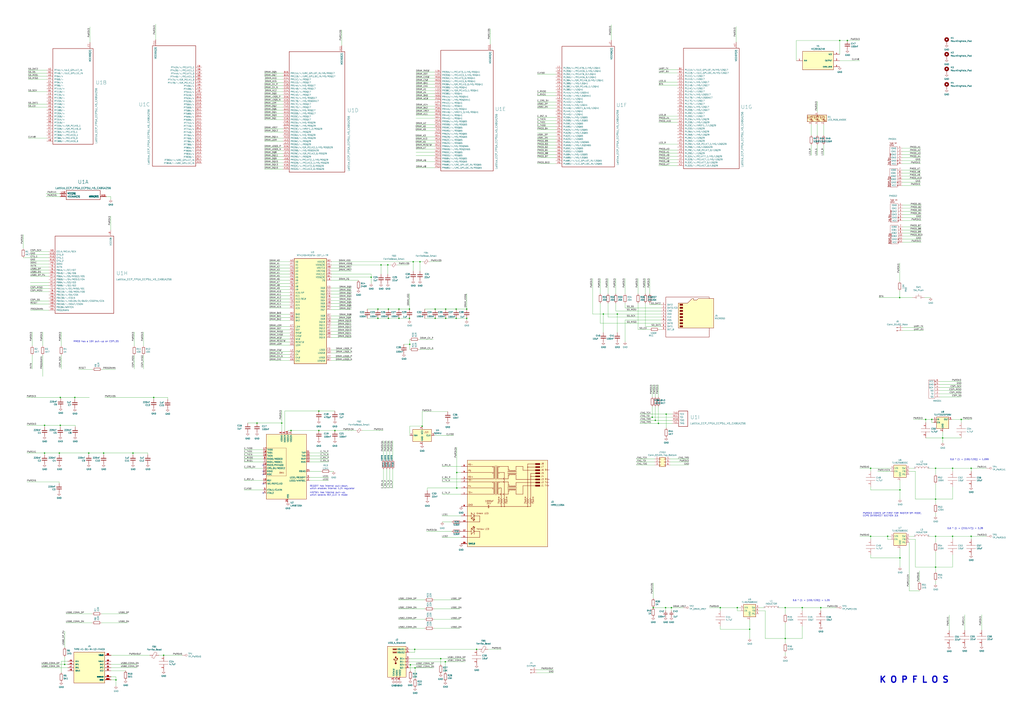
<source format=kicad_sch>
(kicad_sch (version 20211123) (generator eeschema)
  (paper "A1")
  (title_block (title "Kopflos FPGA Computer") (date "2023-01-03") (rev "V0") (company "Copyright © 2023 Lone Dynamics Corporation"))
  (junction (at 336.296 254))
  (junction (at 495.554 258.064))
  (junction (at 765.302 344.678))
  (junction (at 366.014 261.62))
  (junction (at 547.116 340.36))
  (junction (at 540.766 347.98))
  (junction (at 49.53 349.504))
  (junction (at 546.608 499.364))
  (junction (at 374.65 254))
  (junction (at 261.874 353.822))
  (junction (at 644.906 499.364))
  (junction (at 357.378 261.62))
  (junction (at 346.71 350.266))
  (junction (at 36.576 372.364))
  (junction (at 797.56 384.81))
  (junction (at 109.22 372.364))
  (junction (at 361.95 541.274))
  (junction (at 327.66 254))
  (junction (at 304.8 227.838))
  (junction (at 768.35 440.69))
  (junction (at 261.874 337.82))
  (junction (at 695.96 33.274))
  (junction (at 134.366 538.48))
  (junction (at 375.158 388.366))
  (junction (at 53.086 546.1))
  (junction (at 506.984 258.064))
  (junction (at 782.32 384.81))
  (junction (at 126.238 326.644))
  (junction (at 336.296 261.62))
  (junction (at 768.35 410.21))
  (junction (at 336.55 282.956))
  (junction (at 760.222 344.678))
  (junction (at 344.932 215.138))
  (junction (at 49.53 326.644))
  (junction (at 739.14 458.47))
  (junction (at 275.082 353.822))
  (junction (at 551.434 499.364))
  (junction (at 312.928 217.678))
  (junction (at 768.35 466.09))
  (junction (at 615.696 517.144))
  (junction (at 339.344 215.138))
  (junction (at 739.14 402.59))
  (junction (at 319.024 261.62))
  (junction (at 789.432 344.678))
  (junction (at 782.32 440.69))
  (junction (at 383.286 254))
  (junction (at 768.35 384.81))
  (junction (at 391.414 533.654))
  (junction (at 366.014 254))
  (junction (at 72.898 372.364))
  (junction (at 310.388 254))
  (junction (at 728.98 440.69))
  (junction (at 340.614 533.654))
  (junction (at 211.074 347.726))
  (junction (at 644.906 524.764))
  (junction (at 738.886 244.602))
  (junction (at 318.516 217.678))
  (junction (at 674.116 499.364))
  (junction (at 374.65 261.62))
  (junction (at 319.024 254))
  (junction (at 48.768 372.364))
  (junction (at 231.394 347.726))
  (junction (at 536.448 499.364))
  (junction (at 36.576 349.504))
  (junction (at 85.09 372.364))
  (junction (at 591.566 499.364))
  (junction (at 605.536 499.364))
  (junction (at 689.61 33.274))
  (junction (at 365.76 543.814))
  (junction (at 357.378 254))
  (junction (at 340.868 548.894))
  (junction (at 774.192 359.918))
  (junction (at 61.468 326.644))
  (junction (at 715.01 384.81))
  (junction (at 327.66 261.62))
  (junction (at 658.876 499.364))
  (junction (at 310.388 261.62))
  (junction (at 375.158 401.066))
  (junction (at 337.058 546.354))
  (junction (at 383.286 261.62))
  (junction (at 715.01 440.69))
  (junction (at 535.686 342.9))
  (junction (at 239.014 353.822))
  (junction (at 95.25 558.8))
  (junction (at 797.56 440.69))
  (junction (at 538.226 345.44))
  (no_connect (at 216.154 387.35))
  (no_connect (at 216.154 389.89))
  (no_connect (at 216.154 382.27))
  (no_connect (at 216.154 405.13))
  (no_connect (at 216.154 397.51))
  (wire (pts (xy 383.286 261.62) (xy 383.286 263.144)))
  (wire (pts (xy 441.198 119.38) (xy 456.438 119.38)))
  (wire (pts (xy 391.414 533.654) (xy 393.192 533.654)))
  (wire (pts (xy 237.744 278.638) (xy 221.234 278.638)))
  (wire (pts (xy 628.396 501.904) (xy 628.396 524.764)))
  (wire (pts (xy 337.058 546.354) (xy 356.108 546.354)))
  (wire (pts (xy 344.17 278.892) (xy 355.854 278.892)))
  (wire (pts (xy 288.544 222.758) (xy 272.034 222.758)))
  (wire (pts (xy 217.17 72.898) (xy 232.41 72.898)))
  (wire (pts (xy 533.654 241.554) (xy 533.654 228.854)))
  (wire (pts (xy 49.53 349.504) (xy 61.722 349.504)))
  (wire (pts (xy 91.186 556.26) (xy 95.25 556.26)))
  (wire (pts (xy 341.63 61.722) (xy 356.87 61.722)))
  (wire (pts (xy 319.024 261.62) (xy 327.66 261.62)))
  (wire (pts (xy 301.752 254) (xy 310.388 254)))
  (wire (pts (xy 23.114 85.598) (xy 38.354 85.598)))
  (wire (pts (xy 782.32 443.23) (xy 782.32 440.69)))
  (wire (pts (xy 792.226 517.906) (xy 792.226 505.206)))
  (wire (pts (xy 237.744 291.338) (xy 221.234 291.338)))
  (wire (pts (xy 644.906 504.444) (xy 644.906 499.364)))
  (wire (pts (xy 237.744 281.178) (xy 221.234 281.178)))
  (wire (pts (xy 327.152 516.382) (xy 348.742 516.382)))
  (wire (pts (xy 90.932 177.546) (xy 90.932 188.976)))
  (wire (pts (xy 441.198 76.2) (xy 456.438 76.2)))
  (wire (pts (xy 336.042 541.274) (xy 361.95 541.274)))
  (wire (pts (xy 755.142 478.028) (xy 755.142 469.138)))
  (wire (pts (xy 239.014 353.822) (xy 236.474 353.822)))
  (wire (pts (xy 551.434 499.364) (xy 551.434 501.904)))
  (wire (pts (xy 768.35 414.02) (xy 768.35 410.21)))
  (wire (pts (xy 768.35 410.21) (xy 782.32 410.21)))
  (wire (pts (xy 751.84 387.35) (xy 751.84 410.21)))
  (wire (pts (xy 23.114 65.278) (xy 38.354 65.278)))
  (wire (pts (xy 200.406 379.73) (xy 216.154 379.73)))
  (wire (pts (xy 91.186 558.8) (xy 95.25 558.8)))
  (wire (pts (xy 61.468 327.914) (xy 61.468 326.644)))
  (wire (pts (xy 53.086 532.13) (xy 53.086 519.176)))
  (wire (pts (xy 336.042 533.654) (xy 340.614 533.654)))
  (wire (pts (xy 72.898 373.634) (xy 72.898 372.364)))
  (wire (pts (xy 40.132 232.156) (xy 24.892 232.156)))
  (wire (pts (xy 23.114 88.138) (xy 38.354 88.138)))
  (wire (pts (xy 375.158 367.538) (xy 375.158 388.366)))
  (wire (pts (xy 95.25 558.8) (xy 95.25 563.626)))
  (wire (pts (xy 375.158 401.066) (xy 375.158 388.366)))
  (wire (pts (xy 441.198 101.6) (xy 456.438 101.6)))
  (wire (pts (xy 348.742 261.62) (xy 357.378 261.62)))
  (wire (pts (xy 768.35 397.51) (xy 768.35 410.21)))
  (wire (pts (xy 789.432 318.516) (xy 771.652 318.516)))
  (wire (pts (xy 24.892 249.936) (xy 40.132 249.936)))
  (wire (pts (xy 90.932 161.544) (xy 87.376 161.544)))
  (wire (pts (xy 24.892 227.076) (xy 40.132 227.076)))
  (wire (pts (xy 541.02 136.144) (xy 556.26 136.144)))
  (wire (pts (xy 525.526 342.9) (xy 535.686 342.9)))
  (wire (pts (xy 374.65 261.62) (xy 383.286 261.62)))
  (wire (pts (xy 765.302 344.678) (xy 760.222 344.678)))
  (wire (pts (xy 351.028 403.098) (xy 351.028 401.066)))
  (wire (pts (xy 720.852 387.35) (xy 731.52 387.35)))
  (wire (pts (xy 728.98 440.69) (xy 731.52 440.69)))
  (wire (pts (xy 741.426 196.596) (xy 756.666 196.596)))
  (wire (pts (xy 644.906 512.064) (xy 644.906 524.764)))
  (wire (pts (xy 789.432 315.976) (xy 771.652 315.976)))
  (wire (pts (xy 237.744 225.298) (xy 221.234 225.298)))
  (wire (pts (xy 440.69 550.418) (xy 454.66 550.418)))
  (wire (pts (xy 53.086 519.176) (xy 53.34 519.176)))
  (wire (pts (xy 341.63 132.842) (xy 356.87 132.842)))
  (wire (pts (xy 49.53 350.774) (xy 49.53 349.504)))
  (wire (pts (xy 239.014 354.33) (xy 239.014 353.822)))
  (wire (pts (xy 288.544 244.348) (xy 272.034 244.348)))
  (wire (pts (xy 766.572 344.678) (xy 765.302 344.678)))
  (wire (pts (xy 658.876 524.764) (xy 658.876 514.604)))
  (wire (pts (xy 746.76 445.77) (xy 746.76 485.648)))
  (wire (pts (xy 541.02 128.524) (xy 556.26 128.524)))
  (wire (pts (xy 61.722 350.774) (xy 61.722 349.504)))
  (wire (pts (xy 348.742 254) (xy 357.378 254)))
  (wire (pts (xy 288.544 272.288) (xy 272.034 272.288)))
  (wire (pts (xy 341.63 112.522) (xy 356.87 112.522)))
  (wire (pts (xy 739.14 402.59) (xy 739.14 410.21)))
  (wire (pts (xy 541.02 133.604) (xy 556.26 133.604)))
  (wire (pts (xy 109.22 373.634) (xy 109.22 372.364)))
  (wire (pts (xy 237.744 293.878) (xy 221.234 293.878)))
  (wire (pts (xy 356.362 516.382) (xy 377.952 516.382)))
  (wire (pts (xy 318.516 217.678) (xy 321.056 217.678)))
  (wire (pts (xy 362.966 423.926) (xy 378.714 423.926)))
  (wire (pts (xy 789.432 321.056) (xy 771.652 321.056)))
  (wire (pts (xy 654.05 49.784) (xy 654.05 33.274)))
  (wire (pts (xy 362.966 383.286) (xy 378.714 383.286)))
  (wire (pts (xy 499.364 260.604) (xy 543.052 260.604)))
  (wire (pts (xy 341.63 66.802) (xy 356.87 66.802)))
  (wire (pts (xy 50.292 552.704) (xy 50.292 543.56)))
  (wire (pts (xy 741.426 173.736) (xy 756.666 173.736)))
  (wire (pts (xy 217.17 108.458) (xy 232.41 108.458)))
  (wire (pts (xy 740.918 147.32) (xy 756.158 147.32)))
  (wire (pts (xy 541.02 131.064) (xy 556.26 131.064)))
  (wire (pts (xy 340.868 548.894) (xy 356.108 548.894)))
  (wire (pts (xy 746.76 485.648) (xy 755.142 485.648)))
  (wire (pts (xy 797.56 440.69) (xy 810.26 440.69)))
  (wire (pts (xy 126.238 327.914) (xy 126.238 326.644)))
  (wire (pts (xy 741.426 194.056) (xy 756.666 194.056)))
  (wire (pts (xy 341.63 89.662) (xy 356.87 89.662)))
  (wire (pts (xy 352.552 215.138) (xy 362.204 215.138)))
  (wire (pts (xy 217.17 60.198) (xy 232.41 60.198)))
  (wire (pts (xy 505.714 241.554) (xy 505.714 228.854)))
  (wire (pts (xy 24.892 206.756) (xy 40.132 206.756)))
  (wire (pts (xy 22.098 372.364) (xy 36.576 372.364)))
  (wire (pts (xy 495.554 258.064) (xy 486.664 258.064)))
  (wire (pts (xy 109.22 372.364) (xy 121.412 372.364)))
  (wire (pts (xy 739.14 402.59) (xy 715.01 402.59)))
  (wire (pts (xy 797.56 384.81) (xy 810.26 384.81)))
  (wire (pts (xy 217.17 85.598) (xy 232.41 85.598)))
  (wire (pts (xy 658.876 499.364) (xy 674.116 499.364)))
  (wire (pts (xy 441.198 127) (xy 456.438 127)))
  (wire (pts (xy 797.56 440.69) (xy 797.56 443.23)))
  (wire (pts (xy 95.25 556.26) (xy 95.25 558.8)))
  (wire (pts (xy 322.58 385.572) (xy 322.58 401.32)))
  (wire (pts (xy 217.17 98.298) (xy 232.41 98.298)))
  (wire (pts (xy 217.17 123.698) (xy 232.41 123.698)))
  (wire (pts (xy 441.198 86.36) (xy 456.438 86.36)))
  (wire (pts (xy 740.918 144.78) (xy 756.158 144.78)))
  (wire (pts (xy 366.014 254) (xy 374.65 254)))
  (wire (pts (xy 23.114 75.438) (xy 38.354 75.438)))
  (wire (pts (xy 231.394 347.726) (xy 231.394 337.058)))
  (wire (pts (xy 715.01 440.69) (xy 728.98 440.69)))
  (wire (pts (xy 336.55 357.886) (xy 336.55 350.266)))
  (wire (pts (xy 536.448 499.364) (xy 546.608 499.364)))
  (wire (pts (xy 297.434 353.822) (xy 314.706 353.822)))
  (wire (pts (xy 782.32 387.35) (xy 782.32 384.81)))
  (wire (pts (xy 362.966 406.146) (xy 378.714 406.146)))
  (wire (pts (xy 320.04 362.204) (xy 320.04 377.952)))
  (wire (pts (xy 237.744 283.718) (xy 221.234 283.718)))
  (wire (pts (xy 365.76 543.814) (xy 382.016 543.814)))
  (wire (pts (xy 254.254 394.97) (xy 270.002 394.97)))
  (wire (pts (xy 272.034 227.838) (xy 304.8 227.838)))
  (wire (pts (xy 254.254 392.43) (xy 270.002 392.43)))
  (wire (pts (xy 740.918 124.46) (xy 756.158 124.46)))
  (wire (pts (xy 327.152 509.016) (xy 348.742 509.016)))
  (wire (pts (xy 24.892 221.996) (xy 40.132 221.996)))
  (wire (pts (xy 658.876 501.904) (xy 658.876 499.364)))
  (wire (pts (xy 288.544 269.748) (xy 272.034 269.748)))
  (wire (pts (xy 365.76 543.814) (xy 365.76 552.45)))
  (wire (pts (xy 288.544 277.368) (xy 272.034 277.368)))
  (wire (pts (xy 506.984 273.304) (xy 506.984 258.064)))
  (wire (pts (xy 779.526 518.16) (xy 779.526 505.46)))
  (wire (pts (xy 740.918 149.86) (xy 756.158 149.86)))
  (wire (pts (xy 538.226 345.44) (xy 552.196 345.44)))
  (wire (pts (xy 789.432 323.596) (xy 771.652 323.596)))
  (wire (pts (xy 237.744 273.558) (xy 221.234 273.558)))
  (wire (pts (xy 341.63 125.222) (xy 356.87 125.222)))
  (wire (pts (xy 254.254 374.65) (xy 270.002 374.65)))
  (wire (pts (xy 731.52 443.23) (xy 728.98 443.23)))
  (wire (pts (xy 715.01 387.35) (xy 715.01 384.81)))
  (wire (pts (xy 21.844 326.644) (xy 49.53 326.644)))
  (wire (pts (xy 19.05 211.836) (xy 40.132 211.836)))
  (wire (pts (xy 537.718 379.73) (xy 522.478 379.73)))
  (wire (pts (xy 36.576 372.364) (xy 48.768 372.364)))
  (wire (pts (xy 741.426 191.516) (xy 756.666 191.516)))
  (wire (pts (xy 19.05 192.786) (xy 19.05 204.216)))
  (wire (pts (xy 541.02 118.364) (xy 556.26 118.364)))
  (wire (pts (xy 535.686 342.9) (xy 535.686 334.01)))
  (wire (pts (xy 24.892 224.536) (xy 40.132 224.536)))
  (wire (pts (xy 288.544 293.878) (xy 272.034 293.878)))
  (wire (pts (xy 272.034 217.678) (xy 312.928 217.678)))
  (wire (pts (xy 493.014 241.554) (xy 493.014 228.854)))
  (wire (pts (xy 288.544 296.418) (xy 272.034 296.418)))
  (wire (pts (xy 608.076 501.904) (xy 605.536 501.904)))
  (wire (pts (xy 728.98 443.23) (xy 728.98 440.69)))
  (wire (pts (xy 341.63 92.202) (xy 356.87 92.202)))
  (wire (pts (xy 319.024 254) (xy 327.66 254)))
  (wire (pts (xy 217.17 88.138) (xy 232.41 88.138)))
  (wire (pts (xy 533.654 250.444) (xy 533.654 249.174)))
  (wire (pts (xy 275.082 353.822) (xy 292.354 353.822)))
  (wire (pts (xy 513.334 263.144) (xy 513.334 280.924)))
  (wire (pts (xy 768.35 469.9) (xy 768.35 466.09)))
  (wire (pts (xy 344.932 215.138) (xy 347.472 215.138)))
  (wire (pts (xy 336.55 282.956) (xy 336.55 287.274)))
  (wire (pts (xy 83.566 303.53) (xy 94.996 303.53)))
  (wire (pts (xy 233.934 337.82) (xy 261.874 337.82)))
  (wire (pts (xy 361.95 541.274) (xy 361.95 546.1)))
  (wire (pts (xy 110.236 272.796) (xy 110.236 284.226)))
  (wire (pts (xy 24.892 216.916) (xy 40.132 216.916)))
  (wire (pts (xy 715.01 384.81) (xy 731.52 384.81)))
  (wire (pts (xy 237.744 230.378) (xy 221.234 230.378)))
  (wire (pts (xy 200.406 369.57) (xy 216.154 369.57)))
  (wire (pts (xy 440.69 552.958) (xy 454.66 552.958)))
  (wire (pts (xy 130.556 538.48) (xy 134.366 538.48)))
  (wire (pts (xy 310.388 261.62) (xy 319.024 261.62)))
  (wire (pts (xy 36.576 373.634) (xy 36.576 372.364)))
  (wire (pts (xy 91.186 538.48) (xy 122.936 538.48)))
  (wire (pts (xy 310.388 254) (xy 319.024 254)))
  (wire (pts (xy 441.198 83.82) (xy 456.438 83.82)))
  (wire (pts (xy 525.526 347.98) (xy 540.766 347.98)))
  (wire (pts (xy 272.034 215.138) (xy 339.344 215.138)))
  (wire (pts (xy 34.036 546.1) (xy 53.086 546.1)))
  (wire (pts (xy 217.17 133.858) (xy 232.41 133.858)))
  (wire (pts (xy 217.17 62.738) (xy 232.41 62.738)))
  (wire (pts (xy 513.334 263.144) (xy 543.052 263.144)))
  (wire (pts (xy 541.02 70.104) (xy 556.26 70.104)))
  (wire (pts (xy 746.76 443.23) (xy 751.84 443.23)))
  (wire (pts (xy 336.042 546.354) (xy 337.058 546.354)))
  (wire (pts (xy 441.198 116.84) (xy 456.438 116.84)))
  (wire (pts (xy 363.22 429.006) (xy 371.094 429.006)))
  (wire (pts (xy 217.17 138.938) (xy 232.41 138.938)))
  (wire (pts (xy 740.918 142.24) (xy 756.158 142.24)))
  (wire (pts (xy 524.002 249.174) (xy 524.002 270.764)))
  (wire (pts (xy 127.762 19.812) (xy 127.762 32.512)))
  (wire (pts (xy 540.766 347.98) (xy 552.196 347.98)))
  (wire (pts (xy 615.696 517.144) (xy 591.566 517.144)))
  (wire (pts (xy 317.5 362.204) (xy 317.5 377.952)))
  (wire (pts (xy 495.554 258.064) (xy 495.554 273.304)))
  (wire (pts (xy 768.35 480.06) (xy 768.35 477.52)))
  (wire (pts (xy 271.272 387.35) (xy 274.066 387.35)))
  (wire (pts (xy 513.334 241.554) (xy 513.334 228.854)))
  (wire (pts (xy 721.868 244.602) (xy 738.886 244.602)))
  (wire (pts (xy 36.576 350.774) (xy 36.576 349.504)))
  (wire (pts (xy 217.17 126.238) (xy 232.41 126.238)))
  (wire (pts (xy 237.744 237.998) (xy 221.234 237.998)))
  (wire (pts (xy 591.566 501.904) (xy 591.566 499.364)))
  (wire (pts (xy 689.61 44.704) (xy 689.61 33.274)))
  (wire (pts (xy 591.566 499.364) (xy 605.536 499.364)))
  (wire (pts (xy 34.036 548.64) (xy 55.626 548.64)))
  (wire (pts (xy 402.59 23.622) (xy 402.59 36.322)))
  (wire (pts (xy 86.106 326.644) (xy 126.238 326.644)))
  (wire (pts (xy 336.55 350.266) (xy 346.71 350.266)))
  (wire (pts (xy 666.242 111.252) (xy 666.242 102.362)))
  (wire (pts (xy 782.32 410.21) (xy 782.32 400.05)))
  (wire (pts (xy 322.58 362.204) (xy 322.58 377.952)))
  (wire (pts (xy 50.292 543.56) (xy 55.626 543.56)))
  (wire (pts (xy 23.114 62.738) (xy 38.354 62.738)))
  (wire (pts (xy 24.892 239.776) (xy 40.132 239.776)))
  (wire (pts (xy 739.14 458.47) (xy 715.01 458.47)))
  (wire (pts (xy 666.242 127.762) (xy 666.242 118.872)))
  (wire (pts (xy 740.918 121.92) (xy 756.158 121.92)))
  (wire (pts (xy 441.198 114.3) (xy 456.438 114.3)))
  (wire (pts (xy 288.544 274.828) (xy 272.034 274.828)))
  (wire (pts (xy 782.32 440.69) (xy 797.56 440.69)))
  (wire (pts (xy 272.034 225.298) (xy 304.8 225.298)))
  (wire (pts (xy 24.892 209.296) (xy 40.132 209.296)))
  (wire (pts (xy 54.102 511.81) (xy 75.692 511.81)))
  (wire (pts (xy 351.028 401.066) (xy 375.158 401.066)))
  (wire (pts (xy 541.274 270.764) (xy 543.052 270.764)))
  (wire (pts (xy 644.906 538.734) (xy 644.906 536.194)))
  (wire (pts (xy 200.406 402.59) (xy 216.154 402.59)))
  (wire (pts (xy 782.32 384.81) (xy 797.56 384.81)))
  (wire (pts (xy 715.01 400.05) (xy 715.01 402.59)))
  (wire (pts (xy 35.052 272.796) (xy 35.052 284.226)))
  (wire (pts (xy 615.696 509.524) (xy 615.696 517.144)))
  (wire (pts (xy 513.334 252.984) (xy 543.052 252.984)))
  (wire (pts (xy 341.63 97.282) (xy 356.87 97.282)))
  (wire (pts (xy 83.312 511.81) (xy 104.902 511.81)))
  (wire (pts (xy 50.292 291.846) (xy 50.292 303.276)))
  (wire (pts (xy 766.572 347.218) (xy 765.302 347.218)))
  (wire (pts (xy 538.226 326.39) (xy 538.226 316.23)))
  (wire (pts (xy 806.196 517.906) (xy 806.196 505.206)))
  (wire (pts (xy 22.098 349.504) (xy 36.576 349.504)))
  (wire (pts (xy 441.198 60.96) (xy 456.438 60.96)))
  (wire (pts (xy 237.744 296.418) (xy 221.234 296.418)))
  (wire (pts (xy 53.086 546.1) (xy 55.626 546.1)))
  (wire (pts (xy 117.856 272.796) (xy 117.856 284.226)))
  (wire (pts (xy 331.724 282.956) (xy 336.55 282.956)))
  (wire (pts (xy 317.5 385.572) (xy 317.5 401.32)))
  (wire (pts (xy 217.17 136.398) (xy 232.41 136.398)))
  (wire (pts (xy 237.744 271.018) (xy 221.234 271.018)))
  (wire (pts (xy 591.566 514.604) (xy 591.566 517.144)))
  (wire (pts (xy 505.714 255.524) (xy 543.052 255.524)))
  (wire (pts (xy 26.416 272.796) (xy 26.416 284.226)))
  (wire (pts (xy 441.198 121.92) (xy 456.438 121.92)))
  (wire (pts (xy 789.432 347.218) (xy 789.432 344.678)))
  (wire (pts (xy 200.406 384.81) (xy 216.154 384.81)))
  (wire (pts (xy 533.654 270.764) (xy 524.002 270.764)))
  (wire (pts (xy 740.918 152.4) (xy 756.158 152.4)))
  (wire (pts (xy 740.918 132.08) (xy 756.158 132.08)))
  (wire (pts (xy 320.04 385.572) (xy 320.04 401.32)))
  (wire (pts (xy 502.158 20.32) (xy 502.158 33.02)))
  (wire (pts (xy 604.52 34.544) (xy 604.52 21.844)))
  (wire (pts (xy 288.544 259.588) (xy 272.034 259.588)))
  (wire (pts (xy 356.362 509.016) (xy 377.952 509.016)))
  (wire (pts (xy 739.14 450.85) (xy 739.14 458.47)))
  (wire (pts (xy 126.238 326.644) (xy 137.668 326.644)))
  (wire (pts (xy 54.102 504.444) (xy 75.692 504.444)))
  (wire (pts (xy 361.95 541.274) (xy 382.016 541.274)))
  (wire (pts (xy 288.544 254.508) (xy 272.034 254.508)))
  (wire (pts (xy 64.516 303.53) (xy 75.946 303.53)))
  (wire (pts (xy 236.474 353.822) (xy 236.474 354.33)))
  (wire (pts (xy 486.664 258.064) (xy 486.664 228.854)))
  (wire (pts (xy 280.67 24.638) (xy 280.67 37.338)))
  (wire (pts (xy 341.63 74.422) (xy 356.87 74.422)))
  (wire (pts (xy 768.35 445.77) (xy 768.35 440.69)))
  (wire (pts (xy 768.35 466.09) (xy 782.32 466.09)))
  (wire (pts (xy 211.074 347.726) (xy 231.394 347.726)))
  (wire (pts (xy 217.17 105.918) (xy 232.41 105.918)))
  (wire (pts (xy 671.322 127.762) (xy 671.322 118.872)))
  (wire (pts (xy 217.17 70.358) (xy 232.41 70.358)))
  (wire (pts (xy 288.544 246.888) (xy 272.034 246.888)))
  (wire (pts (xy 261.874 353.822) (xy 275.082 353.822)))
  (wire (pts (xy 441.198 109.22) (xy 456.438 109.22)))
  (wire (pts (xy 741.426 168.656) (xy 756.666 168.656)))
  (wire (pts (xy 217.17 90.678) (xy 232.41 90.678)))
  (wire (pts (xy 768.35 424.18) (xy 768.35 421.64)))
  (wire (pts (xy 441.198 88.9) (xy 456.438 88.9)))
  (wire (pts (xy 237.744 260.858) (xy 221.234 260.858)))
  (wire (pts (xy 499.364 241.554) (xy 499.364 228.854)))
  (wire (pts (xy 582.676 499.364) (xy 591.566 499.364)))
  (wire (pts (xy 715.01 455.93) (xy 715.01 458.47)))
  (wire (pts (xy 541.02 57.404) (xy 556.26 57.404)))
  (wire (pts (xy 541.02 125.984) (xy 556.26 125.984)))
  (wire (pts (xy 441.198 78.74) (xy 456.438 78.74)))
  (wire (pts (xy 237.744 258.318) (xy 221.234 258.318)))
  (wire (pts (xy 24.892 237.236) (xy 40.132 237.236)))
  (wire (pts (xy 85.09 372.364) (xy 109.22 372.364)))
  (wire (pts (xy 530.098 241.554) (xy 530.098 228.854)))
  (wire (pts (xy 200.406 374.65) (xy 216.154 374.65)))
  (wire (pts (xy 341.63 79.502) (xy 356.87 79.502)))
  (wire (pts (xy 505.714 255.524) (xy 505.714 249.174)))
  (wire (pts (xy 362.966 393.446) (xy 378.714 393.446)))
  (wire (pts (xy 254.254 387.35) (xy 263.652 387.35)))
  (wire (pts (xy 541.02 100.584) (xy 556.26 100.584)))
  (wire (pts (xy 346.71 338.328) (xy 346.71 350.266)))
  (wire (pts (xy 117.856 291.846) (xy 117.856 303.276)))
  (wire (pts (xy 741.426 271.78) (xy 758.444 271.78)))
  (wire (pts (xy 738.886 231.394) (xy 738.886 216.154)))
  (wire (pts (xy 288.544 239.268) (xy 272.034 239.268)))
  (wire (pts (xy 689.61 33.274) (xy 695.96 33.274)))
  (wire (pts (xy 623.316 499.364) (xy 627.126 499.364)))
  (wire (pts (xy 768.35 440.69) (xy 782.32 440.69)))
  (wire (pts (xy 341.63 64.262) (xy 356.87 64.262)))
  (wire (pts (xy 237.744 276.098) (xy 221.234 276.098)))
  (wire (pts (xy 441.198 134.62) (xy 456.438 134.62)))
  (wire (pts (xy 774.192 354.838) (xy 774.192 359.918)))
  (wire (pts (xy 336.296 261.62) (xy 336.296 263.144)))
  (wire (pts (xy 217.17 67.818) (xy 232.41 67.818)))
  (wire (pts (xy 90.932 163.83) (xy 90.932 161.544)))
  (wire (pts (xy 676.402 111.252) (xy 676.402 102.362)))
  (wire (pts (xy 506.984 258.064) (xy 543.052 258.064)))
  (wire (pts (xy 237.744 240.538) (xy 221.234 240.538)))
  (wire (pts (xy 768.35 466.09) (xy 751.84 466.09)))
  (wire (pts (xy 288.544 267.208) (xy 272.034 267.208)))
  (wire (pts (xy 237.744 227.838) (xy 221.234 227.838)))
  (wire (pts (xy 314.96 362.204) (xy 314.96 377.952)))
  (wire (pts (xy 237.744 215.138) (xy 221.234 215.138)))
  (wire (pts (xy 774.192 363.728) (xy 774.192 359.918)))
  (wire (pts (xy 525.526 345.44) (xy 538.226 345.44)))
  (wire (pts (xy 217.17 65.278) (xy 232.41 65.278)))
  (wire (pts (xy 254.254 372.11) (xy 270.002 372.11)))
  (wire (pts (xy 48.768 372.364) (xy 72.898 372.364)))
  (wire (pts (xy 341.63 137.922) (xy 356.87 137.922)))
  (wire (pts (xy 37.846 161.544) (xy 49.276 161.544)))
  (wire (pts (xy 341.63 102.362) (xy 356.87 102.362)))
  (wire (pts (xy 441.198 124.46) (xy 456.438 124.46)))
  (wire (pts (xy 671.322 111.252) (xy 671.322 102.362)))
  (wire (pts (xy 741.426 269.24) (xy 758.444 269.24)))
  (wire (pts (xy 237.744 217.678) (xy 221.234 217.678)))
  (wire (pts (xy 746.76 384.81) (xy 750.57 384.81)))
  (wire (pts (xy 789.432 326.136) (xy 771.652 326.136)))
  (wire (pts (xy 23.114 113.538) (xy 38.354 113.538)))
  (wire (pts (xy 341.63 104.902) (xy 356.87 104.902)))
  (wire (pts (xy 537.718 382.27) (xy 522.478 382.27)))
  (wire (pts (xy 314.96 385.572) (xy 314.96 401.32)))
  (wire (pts (xy 356.362 493.014) (xy 377.952 493.014)))
  (wire (pts (xy 85.09 373.634) (xy 85.09 372.364)))
  (wire (pts (xy 525.526 340.36) (xy 547.116 340.36)))
  (wire (pts (xy 676.402 127.762) (xy 676.402 118.872)))
  (wire (pts (xy 750.062 344.678) (xy 760.222 344.678)))
  (wire (pts (xy 37.846 159.004) (xy 49.276 159.004)))
  (wire (pts (xy 237.744 253.238) (xy 221.234 253.238)))
  (wire (pts (xy 336.042 543.814) (xy 365.76 543.814)))
  (wire (pts (xy 615.696 517.144) (xy 615.696 524.764)))
  (wire (pts (xy 301.752 261.62) (xy 310.388 261.62)))
  (wire (pts (xy 541.02 67.564) (xy 556.26 67.564)))
  (wire (pts (xy 513.334 252.984) (xy 513.334 249.174)))
  (wire (pts (xy 378.714 401.066) (xy 375.158 401.066)))
  (wire (pts (xy 73.914 22.098) (xy 73.914 34.798)))
  (wire (pts (xy 203.454 347.726) (xy 211.074 347.726)))
  (wire (pts (xy 327.66 254) (xy 336.296 254)))
  (wire (pts (xy 121.412 373.634) (xy 121.412 372.364)))
  (wire (pts (xy 768.35 389.89) (xy 768.35 384.81)))
  (wire (pts (xy 741.426 186.436) (xy 756.666 186.436)))
  (wire (pts (xy 741.426 188.976) (xy 756.666 188.976)))
  (wire (pts (xy 341.63 82.042) (xy 356.87 82.042)))
  (wire (pts (xy 357.378 261.62) (xy 366.014 261.62)))
  (wire (pts (xy 254.254 377.19) (xy 270.002 377.19)))
  (wire (pts (xy 340.614 533.654) (xy 391.414 533.654)))
  (wire (pts (xy 341.63 117.602) (xy 356.87 117.602)))
  (wire (pts (xy 341.63 115.062) (xy 356.87 115.062)))
  (wire (pts (xy 740.918 129.54) (xy 756.158 129.54)))
  (wire (pts (xy 48.514 397.256) (xy 48.514 395.986)))
  (wire (pts (xy 741.426 181.356) (xy 756.666 181.356)))
  (wire (pts (xy 541.02 59.944) (xy 556.26 59.944)))
  (wire (pts (xy 547.116 340.36) (xy 552.196 340.36)))
  (wire (pts (xy 781.812 344.678) (xy 789.432 344.678)))
  (wire (pts (xy 288.544 290.068) (xy 272.034 290.068)))
  (wire (pts (xy 23.114 60.198) (xy 38.354 60.198)))
  (wire (pts (xy 36.576 349.504) (xy 49.53 349.504)))
  (wire (pts (xy 336.042 536.194) (xy 340.614 536.194)))
  (wire (pts (xy 565.658 379.73) (xy 550.418 379.73)))
  (wire (pts (xy 326.136 217.678) (xy 335.788 217.678)))
  (wire (pts (xy 493.014 265.684) (xy 543.052 265.684)))
  (wire (pts (xy 499.364 260.604) (xy 499.364 249.174)))
  (wire (pts (xy 327.152 500.38) (xy 348.742 500.38)))
  (wire (pts (xy 541.02 95.504) (xy 556.26 95.504)))
  (wire (pts (xy 400.812 533.654) (xy 411.734 533.654)))
  (wire (pts (xy 546.608 499.364) (xy 546.608 501.904)))
  (wire (pts (xy 644.906 524.764) (xy 628.396 524.764)))
  (wire (pts (xy 231.394 354.33) (xy 231.394 347.726)))
  (wire (pts (xy 312.928 217.678) (xy 312.928 225.298)))
  (wire (pts (xy 535.686 342.9) (xy 552.196 342.9)))
  (wire (pts (xy 137.668 326.644) (xy 137.668 328.168)))
  (wire (pts (xy 340.868 548.894) (xy 340.868 557.53)))
  (wire (pts (xy 83.312 504.444) (xy 104.902 504.444)))
  (wire (pts (xy 336.042 548.894) (xy 340.868 548.894)))
  (wire (pts (xy 217.17 128.778) (xy 232.41 128.778)))
  (wire (pts (xy 237.744 245.618) (xy 221.234 245.618)))
  (wire (pts (xy 318.516 225.298) (xy 318.516 217.678)))
  (wire (pts (xy 237.744 222.758) (xy 221.234 222.758)))
  (wire (pts (xy 288.544 262.128) (xy 272.034 262.128)))
  (wire (pts (xy 695.96 33.274) (xy 706.12 33.274)))
  (wire (pts (xy 200.406 394.97) (xy 216.154 394.97)))
  (wire (pts (xy 738.886 244.602) (xy 749.3 244.602)))
  (wire (pts (xy 357.378 254) (xy 366.014 254)))
  (wire (pts (xy 493.014 265.684) (xy 493.014 249.174)))
  (wire (pts (xy 91.186 546.1) (xy 112.776 546.1)))
  (wire (pts (xy 565.658 377.19) (xy 550.418 377.19)))
  (wire (pts (xy 91.186 551.18) (xy 103.124 551.18)))
  (wire (pts (xy 217.17 95.758) (xy 232.41 95.758)))
  (wire (pts (xy 24.892 219.456) (xy 40.132 219.456)))
  (wire (pts (xy 740.918 127) (xy 756.158 127)))
  (wire (pts (xy 543.052 250.444) (xy 533.654 250.444)))
  (wire (pts (xy 237.744 288.798) (xy 221.234 288.798)))
  (wire (pts (xy 341.63 69.342) (xy 356.87 69.342)))
  (wire (pts (xy 789.432 313.436) (xy 771.652 313.436)))
  (wire (pts (xy 706.12 384.81) (xy 715.01 384.81)))
  (wire (pts (xy 441.198 129.54) (xy 456.438 129.54)))
  (wire (pts (xy 741.426 199.136) (xy 756.666 199.136)))
  (wire (pts (xy 340.614 536.194) (xy 340.614 533.654)))
  (wire (pts (xy 35.052 291.846) (xy 35.052 309.372)))
  (wire (pts (xy 644.906 499.364) (xy 658.876 499.364)))
  (wire (pts (xy 674.116 499.364) (xy 674.116 501.904)))
  (wire (pts (xy 541.02 98.044) (xy 556.26 98.044)))
  (wire (pts (xy 341.63 87.122) (xy 356.87 87.122)))
  (wire (pts (xy 441.198 106.68) (xy 456.438 106.68)))
  (wire (pts (xy 644.906 524.764) (xy 658.876 524.764)))
  (wire (pts (xy 217.17 93.218) (xy 232.41 93.218)))
  (wire (pts (xy 233.934 354.33) (xy 233.934 337.82)))
  (wire (pts (xy 674.116 499.364) (xy 686.816 499.364)))
  (wire (pts (xy 341.63 122.682) (xy 356.87 122.682)))
  (wire (pts (xy 378.714 388.366) (xy 375.158 388.366)))
  (wire (pts (xy 288.544 287.528) (xy 272.034 287.528)))
  (wire (pts (xy 689.61 49.784) (xy 706.12 49.784)))
  (wire (pts (xy 605.536 501.904) (xy 605.536 499.364)))
  (wire (pts (xy 23.114 57.658) (xy 38.354 57.658)))
  (wire (pts (xy 217.17 75.438) (xy 232.41 75.438)))
  (wire (pts (xy 441.198 111.76) (xy 456.438 111.76)))
  (wire (pts (xy 49.784 327.406) (xy 49.53 326.644)))
  (wire (pts (xy 535.686 326.39) (xy 535.686 316.23)))
  (wire (pts (xy 25.019 255.016) (xy 40.132 255.016)))
  (wire (pts (xy 237.744 235.458) (xy 221.234 235.458)))
  (wire (pts (xy 261.874 337.82) (xy 275.082 337.82)))
  (wire (pts (xy 540.766 326.39) (xy 540.766 316.23)))
  (wire (pts (xy 48.768 373.634) (xy 48.768 372.364)))
  (wire (pts (xy 40.132 234.696) (xy 24.892 234.696)))
  (wire (pts (xy 740.918 139.7) (xy 756.158 139.7)))
  (wire (pts (xy 362.966 441.706) (xy 378.714 441.706)))
  (wire (pts (xy 237.744 220.218) (xy 221.234 220.218)))
  (wire (pts (xy 337.058 546.354) (xy 337.058 551.18)))
  (wire (pts (xy 506.984 258.064) (xy 495.554 258.064)))
  (wire (pts (xy 715.01 443.23) (xy 715.01 440.69)))
  (wire (pts (xy 740.918 134.62) (xy 756.158 134.62)))
  (wire (pts (xy 441.198 104.14) (xy 456.438 104.14)))
  (wire (pts (xy 739.14 394.97) (xy 739.14 402.59)))
  (wire (pts (xy 344.17 287.274) (xy 355.854 287.274)))
  (wire (pts (xy 530.098 268.224) (xy 530.098 249.174)))
  (wire (pts (xy 336.55 278.892) (xy 336.55 282.956)))
  (wire (pts (xy 760.222 359.918) (xy 774.192 359.918)))
  (wire (pts (xy 22.098 395.986) (xy 48.514 395.986)))
  (wire (pts (xy 768.35 440.69) (xy 763.27 440.69)))
  (wire (pts (xy 237.744 250.698) (xy 221.234 250.698)))
  (wire (pts (xy 24.892 247.396) (xy 40.132 247.396)))
  (wire (pts (xy 237.744 268.478) (xy 221.234 268.478)))
  (wire (pts (xy 644.906 528.574) (xy 644.906 524.764)))
  (wire (pts (xy 341.63 107.442) (xy 356.87 107.442)))
  (wire (pts (xy 341.63 120.142) (xy 356.87 120.142)))
  (wire (pts (xy 327.66 261.62) (xy 336.296 261.62)))
  (wire (pts (xy 49.53 326.644) (xy 61.468 326.644)))
  (wire (pts (xy 366.014 261.62) (xy 374.65 261.62)))
  (wire (pts (xy 751.84 443.23) (xy 751.84 466.09)))
  (wire (pts (xy 541.02 123.444) (xy 556.26 123.444)))
  (wire (pts (xy 134.366 538.48) (xy 149.606 538.48)))
  (wire (pts (xy 441.198 99.06) (xy 456.438 99.06)))
  (wire (pts (xy 565.658 382.27) (xy 550.418 382.27)))
  (wire (pts (xy 765.302 347.218) (xy 765.302 344.678)))
  (wire (pts (xy 367.792 338.328) (xy 346.71 338.328)))
  (wire (pts (xy 327.152 493.014) (xy 348.742 493.014)))
  (wire (pts (xy 623.316 501.904) (xy 628.396 501.904)))
  (wire (pts (xy 336.296 241.3) (xy 336.296 254)))
  (wire (pts (xy 671.322 92.202) (xy 671.322 83.312)))
  (wire (pts (xy 341.63 71.882) (xy 356.87 71.882)))
  (wire (pts (xy 739.14 458.47) (xy 739.14 466.09)))
  (wire (pts (xy 110.236 291.846) (xy 110.236 303.276)))
  (wire (pts (xy 356.362 500.38) (xy 377.952 500.38)))
  (wire (pts (xy 782.32 466.09) (xy 782.32 455.93)))
  (wire (pts (xy 706.12 440.69) (xy 715.01 440.69)))
  (wire (pts (xy 543.052 268.224) (xy 530.098 268.224)))
  (wire (pts (xy 547.116 340.36) (xy 547.116 351.79)))
  (wire (pts (xy 288.544 241.808) (xy 272.034 241.808)))
  (wire (pts (xy 644.906 499.364) (xy 639.826 499.364)))
  (wire (pts (xy 741.426 176.276) (xy 756.666 176.276)))
  (wire (pts (xy 768.35 453.39) (xy 768.35 466.09)))
  (wire (pts (xy 537.718 377.19) (xy 522.478 377.19)))
  (wire (pts (xy 768.35 384.81) (xy 782.32 384.81)))
  (wire (pts (xy 217.17 121.158) (xy 232.41 121.158)))
  (wire (pts (xy 605.536 499.364) (xy 608.076 499.364)))
  (wire (pts (xy 774.192 359.918) (xy 789.432 359.918)))
  (wire (pts (xy 768.35 384.81) (xy 763.27 384.81)))
  (wire (pts (xy 239.014 353.822) (xy 261.874 353.822)))
  (wire (pts (xy 741.426 178.816) (xy 756.666 178.816)))
  (wire (pts (xy 350.266 436.626) (xy 371.094 436.626)))
  (wire (pts (xy 341.63 76.962) (xy 356.87 76.962)))
  (wire (pts (xy 797.56 384.81) (xy 797.56 387.35)))
  (wire (pts (xy 341.63 127.762) (xy 356.87 127.762)))
  (wire (pts (xy 217.17 116.078) (xy 232.41 116.078)))
  (wire (pts (xy 746.76 387.35) (xy 751.84 387.35)))
  (wire (pts (xy 217.17 77.978) (xy 232.41 77.978)))
  (wire (pts (xy 760.222 347.218) (xy 760.222 344.678)))
  (wire (pts (xy 341.63 59.182) (xy 356.87 59.182)))
  (wire (pts (xy 746.76 440.69) (xy 750.57 440.69)))
  (wire (pts (xy 304.8 227.838) (xy 304.8 232.918)))
  (wire (pts (xy 344.932 215.138) (xy 339.344 215.138)))
  (wire (pts (xy 341.63 94.742) (xy 356.87 94.742)))
  (wire (pts (xy 217.17 131.318) (xy 232.41 131.318)))
  (wire (pts (xy 536.448 491.744) (xy 536.448 479.044)))
  (wire (pts (xy 217.17 83.058) (xy 232.41 83.058)))
  (wire (pts (xy 759.46 244.602) (xy 764.286 244.602)))
  (wire (pts (xy 217.17 80.518) (xy 232.41 80.518)))
  (wire (pts (xy 254.254 379.73) (xy 270.002 379.73)))
  (wire (pts (xy 50.292 272.796) (xy 50.292 284.226)))
  (wire (pts (xy 538.226 345.44) (xy 538.226 334.01)))
  (wire (pts (xy 61.468 326.644) (xy 73.406 326.644)))
  (wire (pts (xy 741.426 171.196) (xy 756.666 171.196)))
  (wire (pts (xy 383.286 241.3) (xy 383.286 254)))
  (wire (pts (xy 217.17 113.538) (xy 232.41 113.538)))
  (wire (pts (xy 304.8 225.298) (xy 304.8 227.838)))
  (wire (pts (xy 339.344 215.138) (xy 339.344 222.758)))
  (wire (pts (xy 237.744 248.158) (xy 221.234 248.158)))
  (wire (pts (xy 356.87 357.886) (xy 372.618 357.886)))
  (wire (pts (xy 24.892 214.376) (xy 40.132 214.376)))
  (wire (pts (xy 738.886 239.014) (xy 738.886 244.602)))
  (wire (pts (xy 524.002 241.554) (xy 524.002 228.854)))
  (wire (pts (xy 441.198 96.52) (xy 456.438 96.52)))
  (wire (pts (xy 91.186 548.64) (xy 112.776 548.64)))
  (wire (pts (xy 318.516 217.678) (xy 312.928 217.678)))
  (wire (pts (xy 540.766 347.98) (xy 540.766 334.01)))
  (wire (pts (xy 53.086 539.75) (xy 53.086 546.1)))
  (wire (pts (xy 288.544 249.428) (xy 272.034 249.428)))
  (wire (pts (xy 26.416 291.846) (xy 26.416 303.276)))
  (wire (pts (xy 200.406 372.11) (xy 216.154 372.11)))
  (wire (pts (xy 768.35 410.21) (xy 751.84 410.21)))
  (wire (pts (xy 237.744 263.398) (xy 221.234 263.398)))
  (wire (pts (xy 272.034 230.378) (xy 294.386 230.378)))
  (wire (pts (xy 288.544 220.218) (xy 272.034 220.218)))
  (wire (pts (xy 344.932 222.758) (xy 344.932 215.138)))
  (wire (pts (xy 200.406 377.19) (xy 216.154 377.19)))
  (wire (pts (xy 237.744 243.078) (xy 221.234 243.078)))
  (wire (pts (xy 237.744 232.918) (xy 221.234 232.918)))
  (wire (pts (xy 72.898 372.364) (xy 85.09 372.364)))
  (wire (pts (xy 362.966 395.986) (xy 378.714 395.986)))
  (wire (pts (xy 374.65 254) (xy 383.286 254)))
  (wire (pts (xy 288.544 251.968) (xy 272.034 251.968)))
  (wire (pts (xy 789.432 344.678) (xy 798.322 344.678)))
  (wire (pts (xy 654.05 33.274) (xy 689.61 33.274)))
  (wire (pts (xy 551.434 499.364) (xy 561.34 499.364)))
  (wire (pts (xy 546.608 499.364) (xy 551.434 499.364)))
  (wire (pts (xy 288.544 264.668) (xy 272.034 264.668)))
  (wire (pts (xy 288.544 236.728) (xy 272.034 236.728)))
  (text "K O P F L O S" (at 721.868 561.594 0) (effects (font (size 5 5) (thickness 1) bold) (justify left bottom)))
  (text "nINTSEL has internal pull-up,\nwhich selects REF_CLK In mode" (at 254.508 407.67 0) (effects (font (size 1.27 1.27)) (justify left bottom)))
  (text "PWR3V3 COMES UP FIRST FOR MASTER SPI MODE,\nECP5 DATASHEET SECTION 3.5" (at 708.66 424.688 0) (effects (font (size 1.27 1.27)) (justify left bottom)))
  (text "0.6 * (1 + (210/47)) = 3.28" (at 778.002 435.102 0) (effects (font (size 1.27 1.27)) (justify left bottom)))
  (text "REGOFF has internal pull-down,\nwhich enables internal 1.2V regulator" (at 254.508 402.336 0) (effects (font (size 1.27 1.27)) (justify left bottom)))
  (text "MMOD has a 10K pull-up on CSPI_SS" (at 97.536 281.432 180) (effects (font (size 1.27 1.27)) (justify right bottom)))
  (text "0.6 * (1 + (100/120)) = 1.099" (at 780.288 378.46 0) (effects (font (size 1.27 1.27)) (justify left bottom)))
  (text "0.6 * (1 + (150/120)) = 1.35" (at 651.002 494.284 0) (effects (font (size 1.27 1.27)) (justify left bottom)))
  (label "DRAM_DQ9" (at 217.17 131.318 0))
  (label "PWR1V1" (at 38.862 159.004 0))
  (label "PWR3V3A" (at 322.58 362.204 270))
  (label "PWR3V3A" (at 358.902 436.626 180))
  (label "LED_B" (at 676.402 127.762 90))
  (label "DRAM_A15" (at 217.424 67.818 0))
  (label "USB2_CONN_DN" (at 341.63 548.894 0))
  (label "PMOD_A7" (at 541.02 136.144 0))
  (label "DRAM_DQ15" (at 277.368 277.368 0))
  (label "DRAM_BA1" (at 221.234 260.858 0))
  (label "DRAM_VDD" (at 278.13 215.138 0))
  (label "CLK48" (at 699.516 49.784 0))
  (label "USB0_CONN_DP" (at 34.036 546.1 0))
  (label "E_RST_N" (at 441.198 96.52 0))
  (label "USB0_DP_PU" (at 24.892 227.076 0))
  (label "UART_RX" (at 541.02 59.944 0))
  (label "SD_MOSI" (at 23.114 62.738 0))
  (label "DRAM_UDQS_N" (at 275.59 296.418 0))
  (label "DRAM_CK_P" (at 344.932 278.892 0))
  (label "PMOD_A7" (at 747.014 139.7 0))
  (label "PWR3V3" (at 538.226 323.85 90))
  (label "PWR3V3" (at 750.062 344.678 0))
  (label "PMOD_A4" (at 747.268 129.54 0))
  (label "CSPI_SS" (at 24.892 247.396 0))
  (label "DRAM_A2" (at 221.234 220.218 0))
  (label "CLK50" (at 366.522 357.886 0))
  (label "PWR3V3A" (at 320.04 362.204 270))
  (label "DRAM_A11" (at 221.234 243.078 0))
  (label "PMOD_B2" (at 441.198 121.92 0))
  (label "PWR3V3" (at 117.856 280.416 90))
  (label "RESET" (at 64.516 303.53 0))
  (label "DRAM_VDDQ" (at 383.286 252.73 90))
  (label "DRAM_ODT" (at 221.234 271.018 0))
  (label "DRAM_DQ6" (at 217.17 90.678 0))
  (label "DRAM_CK_N" (at 221.234 293.878 0))
  (label "DRAM_VREF" (at 278.13 220.218 0))
  (label "PWR5V0" (at 706.12 440.69 0))
  (label "UART_TX" (at 541.02 57.404 0))
  (label "INITN" (at 24.892 219.456 0))
  (label "DRAM_BA2" (at 221.234 263.398 0))
  (label "PMOD_A10" (at 541.02 100.584 0))
  (label "JTAG_TMS" (at 556.768 377.19 0))
  (label "E_RST_N" (at 200.406 394.97 0))
  (label "PWR3V3A" (at 317.5 362.204 270))
  (label "DRAM_A11" (at 341.63 94.742 0))
  (label "SD_SS" (at 23.114 60.198 0))
  (label "PWR2V5" (at 22.098 395.986 0))
  (label "PWR1V35" (at 280.67 33.274 90))
  (label "PMOD_B4" (at 441.198 106.68 0))
  (label "DRAM_BA0" (at 341.63 79.502 0))
  (label "DRAM_A10" (at 217.424 65.278 0))
  (label "E_RX_P" (at 263.144 377.19 0))
  (label "DRAM_DQ11" (at 277.368 267.208 0))
  (label "BTN" (at 721.868 244.602 0))
  (label "DRAM_VREF" (at 552.704 499.364 0))
  (label "PWR3V3" (at 530.098 236.474 90))
  (label "LED2" (at 362.966 441.706 0))
  (label "DRAM_DQ15" (at 217.17 133.858 0))
  (label "DRAM_A1" (at 341.63 74.422 0))
  (label "USB2_DP" (at 370.332 509.016 0))
  (label "DRAM_LDQS_N" (at 275.844 290.068 0))
  (label "PWR3V3" (at 110.236 280.416 90))
  (label "DRAM_LDQS_P" (at 217.17 80.518 0))
  (label "PWR3V3" (at 505.714 236.474 90))
  (label "E_TXEN" (at 441.198 99.06 0))
  (label "DRAM_DQ13" (at 277.368 272.288 0))
  (label "PMOD_A4" (at 541.02 98.044 0))
  (label "SD_CD" (at 23.114 88.138 0))
  (label "CSPI_SCK" (at 50.292 302.006 90))
  (label "PWR3V3" (at 524.002 236.474 90))
  (label "DRAM_UDM" (at 221.234 283.718 0))
  (label "DRAM_DQ14" (at 217.17 113.538 0))
  (label "GND" (at 785.622 315.976 0))
  (label "DONE" (at 24.892 216.916 0))
  (label "PWR3V3" (at 671.322 90.932 90))
  (label "PWR3V3" (at 22.098 349.504 0))
  (label "PWR3V3" (at 493.014 236.474 90))
  (label "PROGRAMN" (at 35.052 303.276 90))
  (label "USB0_CONN_DN" (at 54.102 511.81 0))
  (label "PMOD_B7" (at 441.198 129.54 0))
  (label "E_TXEN" (at 200.406 374.65 0))
  (label "PWR3V3" (at 50.292 280.416 90))
  (label "SD_DAT2" (at 534.416 250.444 0))
  (label "USB2_DN" (at 370.332 516.382 0))
  (label "DRAM_A8" (at 221.234 235.458 0))
  (label "PWR3V3" (at 806.196 514.096 90))
  (label "PWR3V3" (at 486.664 236.474 90))
  (label "PWR1V1" (at 792.226 514.096 90))
  (label "DRAM_A6" (at 221.234 230.378 0))
  (label "JTAG_TMS" (at 525.526 347.98 0))
  (label "USB2_CONN_DP" (at 341.63 546.354 0))
  (label "DRAM_A13" (at 221.234 248.158 0))
  (label "CFG_1" (at 24.892 211.836 0))
  (label "PWR3V3A" (at 290.576 353.822 180))
  (label "CSPI_MISO" (at 24.892 237.236 0))
  (label "GND" (at 752.348 178.816 0))
  (label "DRAM_CS#" (at 341.63 66.802 0))
  (label "SD_DAT2" (at 23.114 57.658 0))
  (label "PWR1V35" (at 402.59 32.258 90))
  (label "DRAM_BA2" (at 341.63 89.662 0))
  (label "CSPI_SCK" (at 24.892 206.756 0))
  (label "DRAM_VREF" (at 217.17 105.918 0))
  (label "PWR1V1" (at 779.526 514.35 90))
  (label "DRAM_A6" (at 341.63 132.842 0))
  (label "USB1_DN" (at 370.332 500.38 0))
  (label "E_RXD0" (at 441.198 76.2 0))
  (label "DRAM_DQ7" (at 217.17 62.738 0))
  (label "DRAM_DQ12" (at 277.368 269.748 0))
  (label "DRAM_DQ4" (at 278.638 246.888 0))
  (label "DRAM_DQ12" (at 217.17 108.458 0))
  (label "PMOD_B9" (at 441.198 116.84 0))
  (label "DRAM_DQ10" (at 217.17 138.938 0))
  (label "CSPI_SS" (at 781.812 326.136 0))
  (label "PWR1V1EN" (at 720.852 387.35 0))
  (label "JTAG_TDI" (at 522.478 379.73 0))
  (label "DRAM_A0" (at 221.234 215.138 0))
  (label "LED_R" (at 666.242 127.762 90))
  (label "CSPI_MOSI" (at 24.892 239.776 0))
  (label "DRAM_A0" (at 349.758 104.902 180))
  (label "DRAM_CKE" (at 221.234 296.418 0))
  (label "USB0_DN" (at 97.282 511.81 0))
  (label "PWR2V5" (at 790.702 344.678 0))
  (label "DRAM_UDQS_P" (at 217.17 121.158 0))
  (label "DRAM_VDD" (at 336.296 251.206 90))
  (label "DRAM_LDM" (at 221.234 268.478 0))
  (label "DRAM_CS#" (at 221.234 288.798 0))
  (label "DRAM_DQ3" (at 278.638 244.348 0))
  (label "GND" (at 24.892 214.376 0))
  (label "DRAM_A3" (at 349.758 112.522 180))
  (label "E_TX_P" (at 362.966 406.146 0))
  (label "DRAM_VREF" (at 341.63 92.202 0))
  (label "SD_DAT1" (at 23.114 85.598 0))
  (label "E_RXD0" (at 200.406 377.19 0))
  (label "PWR3V3" (at 748.03 134.62 0))
  (label "GND" (at 561.848 382.27 0))
  (label "PWR3V3" (at 558.038 379.73 0))
  (label "DRAM_LDQS_P" (at 275.844 287.528 0))
  (label "PWR3V3A" (at 375.158 376.174 90))
  (label "PWR3V3" (at 499.364 236.474 90))
  (label "USB1_CONN_DP" (at 327.152 493.014 0))
  (label "BTN" (at 541.02 70.104 0))
  (label "UART_TX" (at 750.316 269.24 0))
  (label "PWR3V3" (at 513.334 236.474 90))
  (label "DRAM_DQ14" (at 277.368 274.828 0))
  (label "E_TXD0" (at 441.198 104.14 0))
  (label "DRAM_A1" (at 221.234 217.678 0))
  (label "DRAM_DQ7" (at 278.638 254.508 0))
  (label "PMOD_B1" (at 441.198 124.46 0))
  (label "DRAM_A15" (at 221.234 253.238 0))
  (label "JTAG_TCK" (at 522.478 377.19 0))
  (label "DRAM_CK_N" (at 217.17 72.898 0))
  (label "PWR3V3" (at 21.844 326.644 0))
  (label "DRAM_DQ1" (at 278.638 239.268 0))
  (label "DRAM_DQ5" (at 278.638 249.428 0))
  (label "SD_DAT1" (at 534.924 268.224 0))
  (label "UART_RX" (at 750.316 271.78 0))
  (label "DRAM_CK_P" (at 221.234 291.338 0))
  (label "PMOD_A8" (at 541.02 133.604 0))
  (label "E_TX_P" (at 263.144 372.11 0))
  (label "PWR2V5" (at 38.862 161.544 0))
  (label "PWR3V3A" (at 314.96 362.204 270))
  (label "USB1_CONN_DN" (at 327.152 500.38 0))
  (label "DRAM_DQ4" (at 217.17 93.218 0))
  (label "CSPI_MOSI" (at 779.78 323.596 0))
  (label "DRAM_A5" (at 349.758 117.602 180))
  (label "SD_MOSI" (at 514.604 255.524 0))
  (label "PWR3V3" (at 533.654 236.474 90))
  (label "DRAM_UDM" (at 217.17 116.078 0))
  (label "DRAM_A7" (at 221.234 232.918 0))
  (label "DRAM_DQ1" (at 217.17 98.298 0))
  (label "PWR5V0UF" (at 444.5 550.418 0))
  (label "GND" (at 752.348 196.596 0))
  (label "PWR3V3" (at 781.812 313.436 0))
  (label "DRAM_RAS#" (at 341.63 59.182 0))
  (label "DRAM_A13" (at 351.028 115.062 180))
  (label "USB0_DP" (at 24.892 221.996 0))
  (label "DRAM_DQ5" (at 217.17 60.198 0))
  (label "DRAM_A4" (at 341.63 76.962 0))
  (label "E_RXD1" (at 200.406 379.73 0))
  (label "DRAM_CKE" (at 341.63 71.882 0))
  (label "PMOD_A1" (at 541.02 125.984 0))
  (label "USB0_CONN_DP" (at 54.102 504.444 0))
  (label "E_TX_N" (at 263.144 374.65 0))
  (label "PMOD_A9" (at 541.02 128.524 0))
  (label "GND" (at 24.892 209.296 0))
  (label "DRAM_LDM" (at 227.076 85.598 180))
  (label "PROGRAMN" (at 84.582 303.53 0))
  (label "DRAM_RAS#" (at 221.234 273.558 0))
  (label "DRAM_DQ3" (at 217.17 95.758 0))
  (label "USB1_DN" (at 441.198 114.3 0))
  (label "CSPI_MISO" (at 779.526 321.056 0))
  (label "CLK48" (at 23.114 113.538 0))
  (label "PWR3V3" (at 127.762 28.448 90))
  (label "DRAM_RESET#" (at 354.584 120.142 180))
  (label "USB1_DP" (at 441.198 111.76 0))
  (label "PWR3V3" (at 314.706 353.822 180))
  (label "E_RX_N" (at 362.966 383.286 0))
  (label "JTAG_TDI" (at 525.526 342.9 0))
  (label "DRAM_ODT" (at 341.63 61.722 0))
  (label "DRAM_DQ10" (at 277.368 264.668 0))
  (label "PWR3V3" (at 231.394 337.058 270))
  (label "DRAM_DQ13" (at 217.17 136.398 0))
  (label "DRAM_DQ2" (at 278.638 241.808 0))
  (label "E_RX_P" (at 317.5 394.462 270))
  (label "CLK50" (at 441.198 60.96 0))
  (label "DRAM_A9" (at 221.234 237.998 0))
  (label "DRAM_CAS#" (at 221.234 276.098 0))
  (label "PMOD_B3" (at 441.198 119.38 0))
  (label "PWR1V35" (at 353.822 215.138 0))
  (label "PMOD_A1" (at 747.268 121.92 0))
  (label "PWR5V0" (at 403.86 533.654 0))
  (label "PWR3V3" (at 802.64 440.69 0))
  (label "PMOD_A2" (at 747.268 124.46 0))
  (label "DRAM_A14" (at 221.234 250.698 0))
  (label "PMOD_B3" (at 747.776 173.736 0))
  (label "CLK50" (at 200.406 402.59 0))
  (label "E_CRS_DV" (at 441.198 83.82 0))
  (label "PWR5V0UF" (at 105.918 538.48 0))
  (label "E_RX_P" (at 362.966 393.446 0))
  (label "PWR5V0" (at 582.676 499.364 0))
  (label "LED2" (at 264.922 394.97 0))
  (label "PWR1V35" (at 679.196 499.364 0))
  (label "DRAM_A7" (at 350.012 122.682 180))
  (label "USB2_CONN_DP" (at 327.152 509.016 0))
  (label "USB0_DN" (at 24.892 224.536 0))
  (label "PWR1V1" (at 802.64 384.81 0))
  (label "DRAM_A5" (at 221.234 227.838 0))
  (label "PMOD_B9" (at 747.522 191.516 0))
  (label "PWR1V1" (at 22.098 372.364 0))
  (label "PWR1V35" (at 536.448 487.934 90))
  (label "DRAM_VDDQ" (at 278.13 217.678 0))
  (label "PWR5V0" (at 141.986 538.48 0))
  (label "SD_SCK" (at 514.604 260.604 0))
  (label "DRAM_DQ2" (at 217.17 88.138 0))
  (label "USB0_CONN_DN" (at 34.036 548.64 0))
  (label "DRAM_WE#" (at 341.63 82.042 0))
  (label "DRAM_DQ6" (at 278.638 251.968 0))
  (label "E_TXD1" (at 200.406 372.11 0))
  (label "PWR3V3" (at 540.766 323.85 90))
  (label "DRAM_A14" (at 341.63 87.122 0))
  (label "DRAM_VREF" (at 278.13 222.758 0))
  (label "PMOD_A8" (at 747.014 142.24 0))
  (label "PWR1V35" (at 86.106 326.644 0))
  (label "JTAG_TDO" (at 525.526 345.44 0))
  (label "E_RXD1" (at 441.198 78.74 0))
  (label "DRAM_DQ8" (at 278.638 259.588 0))
  (label "PWR3V3" (at 73.914 30.734 90))
  (label "USB1_DP" (at 370.332 493.014 0))
  (label "PMOD_A2" (at 541.02 131.064 0))
  (label "CSPI_SCK" (at 780.542 318.516 0))
  (label "LED_G" (at 671.322 127.762 90))
  (label "PMOD_B10" (at 747.522 194.056 0))
  (label "DRAM_A2" (at 350.012 102.362 180))
  (label "USB2_CONN_DN" (at 327.152 516.382 0))
  (label "GND" (at 450.596 552.958 0))
  (label "JTAG_TCK" (at 525.526 340.36 0))
  (label "DRAM_CK_N" (at 344.932 287.274 0))
  (label "DRAM_UDQS_N" (at 217.17 123.698 0))
  (label "DRAM_CK_P" (at 217.17 70.358 0))
  (label "E_TXD0" (at 200.406 369.57 0))
  (label "LED1" (at 264.922 392.43 0))
  (label "E_CRS_DV" (at 200.406 384.81 0))
  (label "PWR3V3" (at 604.52 30.226 90))
  (label "JTAG_TDO" (at 522.478 382.27 0))
  (label "PWR3V3" (at 26.416 280.416 90))
  (label "PMOD_A10" (at 747.014 147.32 0))
  (label "SD_SCK" (at 23.114 75.438 0))
  (label "E_RX_N" (at 314.96 394.462 270))
  (label "PMOD_A9" (at 747.014 144.78 0))
  (label "DRAM_BA0" (at 221.234 258.318 0))
  (label "USB0_DP_PU" (at 53.086 530.352 90))
  (label "PWR3V3" (at 535.686 323.85 90))
  (label "DRAM_LDQS_N" (at 217.17 83.058 0))
  (label "SD_SS" (at 514.604 252.984 0))
  (label "DRAM_A4" (at 221.234 225.298 0))
  (label "PMOD_B8" (at 441.198 127 0))
  (label "USB0_CONN_DP" (at 99.06 548.64 0))
  (label "PWR5V0" (at 755.142 478.028 90))
  (label "PWR3V3" (at 19.05 200.406 90))
  (label "PWR3V3" (at 748.03 152.4 0))
  (label "USB2_DP" (at 441.198 86.36 0))
  (label "PWR3V3" (at 354.33 338.328 180))
  (label "DRAM_A12" (at 217.424 75.438 0))
  (label "GND" (at 751.84 132.08 0))
  (label "PMOD_B1" (at 747.776 168.656 0))
  (label "USB1_CONN_DP" (at 367.538 541.274 0))
  (label "DRAM_CAS#" (at 341.63 64.262 0))
  (label "PWR3V3" (at 90.932 185.166 90))
  (label "USB2_DN" (at 441.198 88.9 0))
  (label "SD_MISO" (at 23.114 65.278 0))
  (label "DRAM_DQ0" (at 278.638 236.728 0))
  (label "PWR3V3" (at 748.538 199.136 0))
  (label "SD_MISO" (at 514.604 265.684 0))
  (label "USB0_DP" (at 97.282 504.444 0))
  (label "LED_R" (at 541.02 118.364 0))
  (label "DRAM_A8" (at 341.63 137.922 0))
  (label "DRAM_DQ11" (at 217.17 128.778 0))
  (label "PWR3V3" (at 35.052 280.416 90))
  (label "E_TX_P" (at 322.58 394.462 270))
  (label "DRAM_DQ8" (at 217.17 126.238 0))
  (label "PMOD_A3" (at 541.02 123.444 0))
  (label "PWR5V0" (at 706.12 384.81 0))
  (label "LED_B" (at 541.02 95.504 0))
  (label "RESET" (at 24.892 249.936 0))
  (label "DRAM_DQ0" (at 217.17 77.978 0))
  (label "E_RX_N" (at 263.144 379.73 0))
  (label "DRAM_A3" (at 221.234 222.758 0))
  (label "DRAM_WE#" (at 221.234 278.638 0))
  (label "PMOD_B7" (at 747.522 186.436 0))
  (label "DRAM_A10" (at 221.234 240.538 0))
  (label "DRAM_ZQ" (at 278.13 230.378 0))
  (label "LED1" (at 362.966 423.926 0))
  (label "DRAM_A9" (at 349.758 107.442 180))
  (label "USB1_CONN_DN" (at 367.538 543.814 0))
  (label "DRAM_DQ9" (at 288.29 262.128 180))
  (label "USB0_CONN_DN" (at 99.06 546.1 0))
  (label "PWR3V3" (at 748.538 181.356 0))
  (label "DRAM_RESET#" (at 221.234 281.178 0))
  (label "GND" (at 751.84 149.86 0))
  (label "PWR1V1EN" (at 746.76 482.092 90))
  (label "PMOD_B2" (at 747.776 171.196 0))
  (label "E_TX_N" (at 362.966 395.986 0))
  (label "PROGRAMN" (at 25.019 255.016 0))
  (label "LED_G" (at 541.02 67.564 0))
  (label "INITN" (at 26.416 303.276 90))
  (label "DRAM_UDQS_P" (at 275.59 293.878 0))
  (label "PWR1V35" (at 327.406 217.678 0))
  (label "PWR3V3" (at 502.158 28.956 90))
  (label "DRAM_BA1" (at 341.63 69.342 0))
  (label "PWR3V3" (at 698.5 33.274 0))
  (label "DRAM_A12" (at 221.234 245.618 0))
  (label "E_TXD1" (at 441.198 101.6 0))
  (label "CSPI_MOSI" (at 110.236 302.006 90))
  (label "E_TX_N" (at 320.04 394.462 270))
  (label "PMOD_B8" (at 747.522 188.976 0))
  (label "PMOD_B4" (at 747.776 176.276 0))
  (label "PWR3V3" (at 738.886 224.282 90))
  (label "CSPI_MISO" (at 117.856 302.006 90))
  (label "PMOD_B10" (at 441.198 134.62 0))
  (label "SD_CD" (at 525.018 270.764 0))
  (label "PMOD_A3" (at 747.268 127 0))
  (symbol (lib_id "KC2016Z:KC2016Z13.5600C1KX00") (at 671.83 49.784 0) (unit 1)
    (property "Reference" "Y1" (at 671.83 37.9222 0))
    (property "Value" "KC2016Z48" (at 671.83 40.2336 0))
    (property "Footprint" "KC2016:OSC_KC2016Z13.5600C1KX00" (effects hide))
    (property "STANDARD" "Manufacturer Recommendations" (effects hide))
    (property "MANUFACTURER" "Kyocera" (effects hide))
    (property "PARTREV" "November 2020" (effects hide))
    (property "MAXIMUM_PACKAGE_HIEGHT" "0.8 mm" (effects hide))
  )
  (symbol (lib_id "power:GND") (at 689.61 54.864 0) (unit 1)
    (property "Reference" "#PWR061" (effects hide))
    (property "Value" "GND" (at 689.737 59.2582 0))
  )
  (symbol (lib_id "Device:C") (at 695.96 37.084 0) (unit 1)
    (property "Reference" "C47" (at 698.881 35.9156 0) (effects (justify left)))
    (property "Value" "100nF" (at 698.881 38.227 0) (effects (justify left)))
    (property "Footprint" "Capacitor_SMD:C_0603_1608Metric" (effects hide))
  )
  (symbol (lib_id "ldx-rescue:MRR_ESPE-rescue_Micro_SD_Card_China-projsym-MRR_ESPA-rescue-microsd") (at 565.912 260.604 0) (unit 1)
    (property "Reference" "J5" (at 586.994 259.4356 0) (effects (justify left)))
    (property "Value" "MICROSD" (at 586.994 261.747 0) (effects (justify left)))
    (property "Footprint" "LD-SDCARD:SDCARD" (effects hide))
  )
  (symbol (lib_id "Regulator_Linear:TLV73325PDBV") (at 774.192 347.218 0) (unit 1)
    (property "Reference" "U8" (at 774.192 338.5312 0))
    (property "Value" "TLV73325PDBV" (at 774.192 340.8426 0))
    (property "Footprint" "Package_TO_SOT_SMD:SOT-23-5" (effects hide))
    (property "Datasheet" "http://www.ti.com/lit/ds/symlink/tlv733p.pdf" (effects hide))
  )
  (symbol (lib_id "Device:R") (at 499.364 245.364 0) (unit 1)
    (property "Reference" "R32" (at 501.142 244.1956 0) (effects (justify left)))
    (property "Value" "20K" (at 501.142 246.507 0) (effects (justify left)))
    (property "Footprint" "Resistor_SMD:R_0603_1608Metric" (effects hide))
  )
  (symbol (lib_id "power:GND") (at 513.334 280.924 0) (unit 1)
    (property "Reference" "#PWR053" (effects hide))
    (property "Value" "GND" (at 513.461 285.3182 0))
  )
  (symbol (lib_id "Device:C") (at 506.984 277.114 0) (unit 1)
    (property "Reference" "C41" (at 500.634 275.844 0) (effects (justify left)))
    (property "Value" "100nF" (at 498.094 278.384 0) (effects (justify left)))
    (property "Footprint" "Resistor_SMD:R_0603_1608Metric" (effects hide))
  )
  (symbol (lib_id "pspice:C") (at 760.222 353.568 0) (unit 1)
    (property "Reference" "C50" (at 764.7432 352.3996 0) (effects (justify left)))
    (property "Value" "4.7uF" (at 764.7432 354.711 0) (effects (justify left)))
    (property "Footprint" "Capacitor_SMD:C_0603_1608Metric" (effects hide))
  )
  (symbol (lib_id "power:GND") (at 506.984 280.924 0) (unit 1)
    (property "Reference" "#PWR052" (effects hide))
    (property "Value" "GND" (at 507.111 285.3182 0))
  )
  (symbol (lib_id "pspice:C") (at 715.01 449.58 0) (unit 1)
    (property "Reference" "C49" (at 719.5312 448.4116 0) (effects (justify left)))
    (property "Value" "4.7uF" (at 719.5312 450.723 0) (effects (justify left)))
    (property "Footprint" "Capacitor_SMD:C_0603_1608Metric" (effects hide))
  )
  (symbol (lib_id "pspice:C") (at 782.32 449.58 0) (unit 1)
    (property "Reference" "C53" (at 786.8412 448.4116 0) (effects (justify left)))
    (property "Value" "10pF" (at 786.8412 450.723 0) (effects (justify left)))
    (property "Footprint" "Capacitor_SMD:C_0603_1608Metric" (effects hide))
  )
  (symbol (lib_id "power:GND") (at 797.56 455.93 0) (unit 1)
    (property "Reference" "#PWR076" (effects hide))
    (property "Value" "GND" (at 797.687 460.3242 0))
  )
  (symbol (lib_id "Device:R") (at 505.714 245.364 0) (unit 1)
    (property "Reference" "R33" (at 507.492 244.1956 0) (effects (justify left)))
    (property "Value" "20K" (at 507.492 246.507 0) (effects (justify left)))
    (property "Footprint" "Resistor_SMD:R_0603_1608Metric" (effects hide))
  )
  (symbol (lib_id "power:GND") (at 768.35 480.06 0) (unit 1)
    (property "Reference" "#PWR067" (effects hide))
    (property "Value" "GND" (at 768.477 484.4542 0))
  )
  (symbol (lib_id "power:GND") (at 739.14 466.09 0) (unit 1)
    (property "Reference" "#PWR064" (effects hide))
    (property "Value" "GND" (at 739.267 470.4842 0))
  )
  (symbol (lib_id "power:GND") (at 774.192 363.728 0) (unit 1)
    (property "Reference" "#PWR068" (effects hide))
    (property "Value" "GND" (at 774.319 368.1222 0))
  )
  (symbol (lib_id "Device:Ferrite_Bead") (at 126.746 538.48 270) (unit 1)
    (property "Reference" "FB1" (at 126.746 531.5204 90))
    (property "Value" "Ferrite_Bead" (at 126.746 533.8318 90))
    (property "Footprint" "Resistor_SMD:R_0603_1608Metric" (effects hide))
  )
  (symbol (lib_id "pspice:C") (at 134.366 544.83 0) (unit 1)
    (property "Reference" "C14" (at 138.8872 543.6616 0) (effects (justify left)))
    (property "Value" "4.7uF" (at 138.8872 545.973 0) (effects (justify left)))
    (property "Footprint" "Capacitor_SMD:C_0603_1608Metric" (effects hide))
  )
  (symbol (lib_id "pspice:C") (at 789.432 353.568 0) (unit 1)
    (property "Reference" "C54" (at 793.9532 352.3996 0) (effects (justify left)))
    (property "Value" "4.7uF" (at 793.9532 354.711 0) (effects (justify left)))
    (property "Footprint" "Capacitor_SMD:C_0603_1608Metric" (effects hide))
  )
  (symbol (lib_id "pspice:C") (at 806.196 524.256 0) (unit 1)
    (property "Reference" "C58" (at 810.7172 523.0876 0) (effects (justify left)))
    (property "Value" "22uF" (at 810.7172 525.399 0) (effects (justify left)))
    (property "Footprint" "Capacitor_SMD:C_0603_1608Metric" (effects hide))
  )
  (symbol (lib_id "Device:R") (at 513.334 245.364 0) (unit 1)
    (property "Reference" "R34" (at 515.112 244.1956 0) (effects (justify left)))
    (property "Value" "20K" (at 515.112 246.507 0) (effects (justify left)))
    (property "Footprint" "Resistor_SMD:R_0603_1608Metric" (effects hide))
  )
  (symbol (lib_id "Device:R") (at 493.014 245.364 0) (unit 1)
    (property "Reference" "R31" (at 494.792 244.1956 0) (effects (justify left)))
    (property "Value" "20K" (at 494.792 246.507 0) (effects (justify left)))
    (property "Footprint" "Resistor_SMD:R_0603_1608Metric" (effects hide))
  )
  (symbol (lib_id "power:GND") (at 792.226 530.606 0) (unit 1)
    (property "Reference" "#PWR074" (effects hide))
    (property "Value" "GND" (at 792.353 535.0002 0))
  )
  (symbol (lib_id "power:GND") (at 806.196 530.606 0) (unit 1)
    (property "Reference" "#PWR077" (effects hide))
    (property "Value" "GND" (at 806.323 535.0002 0))
  )
  (symbol (lib_id "Device:R") (at 50.292 556.514 0) (unit 1)
    (property "Reference" "R5" (at 52.07 555.3456 0) (effects (justify left)))
    (property "Value" "5K1" (at 52.07 557.657 0) (effects (justify left)))
    (property "Footprint" "Resistor_SMD:R_0603_1608Metric" (effects hide))
  )
  (symbol (lib_id "Device:R") (at 103.124 554.99 0) (unit 1)
    (property "Reference" "R10" (at 104.902 553.8216 0) (effects (justify left)))
    (property "Value" "5K1" (at 104.902 556.133 0) (effects (justify left)))
    (property "Footprint" "Resistor_SMD:R_0603_1608Metric" (effects hide))
  )
  (symbol (lib_id "Device:C") (at 495.554 277.114 0) (unit 1)
    (property "Reference" "C40" (at 489.204 275.844 0) (effects (justify left)))
    (property "Value" "10uF" (at 486.664 278.384 0) (effects (justify left)))
    (property "Footprint" "Resistor_SMD:R_0603_1608Metric" (effects hide))
  )
  (symbol (lib_id "power:GND") (at 495.554 280.924 0) (unit 1)
    (property "Reference" "#PWR051" (effects hide))
    (property "Value" "GND" (at 495.681 285.3182 0))
  )
  (symbol (lib_id "Connector:TestPoint") (at 810.26 384.81 270) (unit 1)
    (property "Reference" "TP4" (at 815.0352 383.6416 90) (effects (justify left)))
    (property "Value" "TP_PWR1V1" (at 815.0352 385.953 90) (effects (justify left)))
    (property "Footprint" "TestPoint:TestPoint_THTPad_D1.0mm_Drill0.5mm" (effects hide))
  )
  (symbol (lib_id "Connector:TestPoint") (at 810.26 440.69 270) (unit 1)
    (property "Reference" "TP5" (at 815.0352 439.5216 90) (effects (justify left)))
    (property "Value" "TP_PWR3V3" (at 815.0352 441.833 90) (effects (justify left)))
    (property "Footprint" "TestPoint:TestPoint_THTPad_D1.0mm_Drill0.5mm" (effects hide))
  )
  (symbol (lib_id "power:GND") (at 695.96 40.894 0) (unit 1)
    (property "Reference" "#PWR062" (effects hide))
    (property "Value" "GND" (at 696.087 45.2882 0))
  )
  (symbol (lib_id "power:GND") (at 134.366 551.18 0) (unit 1)
    (property "Reference" "#PWR018" (effects hide))
    (property "Value" "GND" (at 134.493 555.5742 0))
  )
  (symbol (lib_id "power:GND") (at 103.124 558.8 0) (unit 1)
    (property "Reference" "#PWR014" (effects hide))
    (property "Value" "GND" (at 103.251 563.1942 0))
  )
  (symbol (lib_id "power:GND") (at 50.292 560.324 0) (unit 1)
    (property "Reference" "#PWR07" (effects hide))
    (property "Value" "GND" (at 50.419 564.7182 0))
  )
  (symbol (lib_id "ld-led:LED_RGB_ANODE") (at 671.322 97.282 90) (unit 1)
    (property "Reference" "D1" (at 679.704 96.1136 90) (effects (justify right)))
    (property "Value" "LED_RGB_ANODE" (at 679.704 98.425 90) (effects (justify right)))
    (property "Footprint" "LD-LEDS:LED_RGB_0606_CHANZON" (effects hide))
  )
  (symbol (lib_id "power:GND") (at 95.25 563.626 0) (unit 1)
    (property "Reference" "#PWR013" (effects hide))
    (property "Value" "GND" (at 95.377 568.0202 0))
  )
  (symbol (lib_id "ld-modules:MMOD_Host_Socket") (at 767.842 312.166 180) (unit 1)
    (property "Reference" "MMOD1" (at 769.747 329.5142 0))
    (property "Value" "PMOD-Device-x1-Type-2-SPI" (effects hide))
    (property "Footprint" "LD-MODULES:MMOD_Host_Socket" (effects hide))
  )
  (symbol (lib_id "power:GND") (at 328.422 559.054 0) (unit 1)
    (property "Reference" "#PWR034" (effects hide))
    (property "Value" "GND" (at 328.549 563.4482 0))
  )
  (symbol (lib_id "pspice:C") (at 797.56 449.58 0) (unit 1)
    (property "Reference" "C57" (at 802.0812 448.4116 0) (effects (justify left)))
    (property "Value" "10uF" (at 802.0812 450.723 0) (effects (justify left)))
    (property "Footprint" "Capacitor_SMD:C_0603_1608Metric" (effects hide))
  )
  (symbol (lib_id "Device:R") (at 768.35 449.58 0) (unit 1)
    (property "Reference" "R54" (at 770.128 448.4116 0) (effects (justify left)))
    (property "Value" "210K" (at 770.128 450.723 0) (effects (justify left)))
    (property "Footprint" "Resistor_SMD:R_0603_1608Metric" (effects hide))
  )
  (symbol (lib_id "Device:R") (at 768.35 473.71 0) (unit 1)
    (property "Reference" "R55" (at 770.128 472.5416 0) (effects (justify left)))
    (property "Value" "47K" (at 770.128 474.853 0) (effects (justify left)))
    (property "Footprint" "Resistor_SMD:R_0603_1608Metric" (effects hide))
  )
  (symbol (lib_id "Regulator_Switching:TLV62568DDC") (at 739.14 443.23 0) (unit 1)
    (property "Reference" "U7" (at 739.14 433.9082 0))
    (property "Value" "TLV62568DDC" (at 739.14 436.2196 0))
    (property "Footprint" "Package_TO_SOT_SMD:SOT-23-6" (effects hide))
    (property "Datasheet" "http://www.ti.com/lit/ds/symlink/tlv62568.pdf" (effects hide))
  )
  (symbol (lib_id "pspice:INDUCTOR") (at 756.92 440.69 0) (unit 1)
    (property "Reference" "L3" (at 756.92 435.229 0))
    (property "Value" "INDUCTOR" (at 756.92 437.5404 0))
    (property "Footprint" "Inductor_SMD:L_0805_2012Metric" (effects hide))
  )
  (symbol (lib_id "pspice:C") (at 792.226 524.256 0) (unit 1)
    (property "Reference" "C55" (at 796.7472 523.0876 0) (effects (justify left)))
    (property "Value" "22uF" (at 796.7472 525.399 0) (effects (justify left)))
    (property "Footprint" "Capacitor_SMD:C_0603_1608Metric" (effects hide))
  )
  (symbol (lib_id "power:GND") (at 325.882 559.054 0) (unit 1)
    (property "Reference" "#PWR033" (effects hide))
    (property "Value" "GND" (at 326.009 563.4482 0))
  )
  (symbol (lib_id "Device:R") (at 676.402 115.062 0) (unit 1)
    (property "Reference" "R49" (at 678.18 113.8936 0) (effects (justify left)))
    (property "Value" "536R" (at 678.18 116.205 0) (effects (justify left)))
    (property "Footprint" "Resistor_SMD:R_0603_1608Metric" (effects hide))
  )
  (symbol (lib_id "Device:R") (at 671.322 115.062 0) (unit 1)
    (property "Reference" "R48" (at 673.1 113.8936 0) (effects (justify left)))
    (property "Value" "536R" (at 673.1 116.205 0) (effects (justify left)))
    (property "Footprint" "Resistor_SMD:R_0603_1608Metric" (effects hide))
  )
  (symbol (lib_id "Device:R") (at 666.242 115.062 0) (unit 1)
    (property "Reference" "R47" (at 668.02 113.8936 0) (effects (justify left)))
    (property "Value" "536R" (at 668.02 116.205 0) (effects (justify left)))
    (property "Footprint" "Resistor_SMD:R_0603_1608Metric" (effects hide))
  )
  (symbol (lib_id "Device:R") (at 547.116 355.6 0) (unit 1)
    (property "Reference" "R44" (at 548.894 354.4316 0) (effects (justify left)))
    (property "Value" "4K7" (at 548.894 356.743 0) (effects (justify left)))
    (property "Footprint" "Resistor_SMD:R_0603_1608Metric" (effects hide))
  )
  (symbol (lib_id "Device:R") (at 535.686 330.2 0) (unit 1)
    (property "Reference" "R38" (at 537.464 329.0316 0) (effects (justify left)))
    (property "Value" "4K7" (at 537.464 331.343 0) (effects (justify left)))
    (property "Footprint" "Resistor_SMD:R_0603_1608Metric" (effects hide))
  )
  (symbol (lib_id "Device:R") (at 538.226 330.2 0) (unit 1)
    (property "Reference" "R42" (at 540.004 329.0316 0) (effects (justify left)))
    (property "Value" "4K7" (at 540.004 331.343 0) (effects (justify left)))
    (property "Footprint" "Resistor_SMD:R_0603_1608Metric" (effects hide))
  )
  (symbol (lib_id "Device:R") (at 540.766 330.2 0) (unit 1)
    (property "Reference" "R43" (at 542.544 329.0316 0) (effects (justify left)))
    (property "Value" "4K7" (at 542.544 331.343 0) (effects (justify left)))
    (property "Footprint" "Resistor_SMD:R_0603_1608Metric" (effects hide))
  )
  (symbol (lib_id "power:GND") (at 547.116 359.41 0) (unit 1)
    (property "Reference" "#PWR056" (effects hide))
    (property "Value" "GND" (at 547.243 363.8042 0))
  )
  (symbol (lib_id "Connector_Generic:Conn_02x03_Top_Bottom") (at 542.798 379.73 0) (unit 1)
    (property "Reference" "JTAG1" (at 544.068 371.6782 0))
    (property "Value" "Conn_02x03_Top_Bottom" (at 544.068 373.9896 0))
    (property "Footprint" "Connector_PinHeader_2.54mm:PinHeader_2x03_P2.54mm_Vertical" (effects hide))
  )
  (symbol (lib_id "Device:R") (at 35.052 288.036 0) (unit 1)
    (property "Reference" "R3" (at 36.83 286.8676 0) (effects (justify left)))
    (property "Value" "4K7" (at 36.83 289.179 0) (effects (justify left)))
    (property "Footprint" "Resistor_SMD:R_0603_1608Metric" (effects hide))
  )
  (symbol (lib_id "Device:R") (at 50.292 288.036 0) (unit 1)
    (property "Reference" "R4" (at 52.07 286.8676 0) (effects (justify left)))
    (property "Value" "1K" (at 52.07 289.179 0) (effects (justify left)))
    (property "Footprint" "Resistor_SMD:R_0603_1608Metric" (effects hide))
  )
  (symbol (lib_id "pspice:C") (at 782.32 393.7 0) (unit 1)
    (property "Reference" "C52" (at 786.8412 392.5316 0) (effects (justify left)))
    (property "Value" "10pF" (at 786.8412 394.843 0) (effects (justify left)))
    (property "Footprint" "Capacitor_SMD:C_0603_1608Metric" (effects hide))
  )
  (symbol (lib_id "power:GND") (at 797.56 400.05 0) (unit 1)
    (property "Reference" "#PWR075" (effects hide))
    (property "Value" "GND" (at 797.687 404.4442 0))
  )
  (symbol (lib_id "pspice:INDUCTOR") (at 756.92 384.81 0) (unit 1)
    (property "Reference" "L2" (at 756.92 379.349 0))
    (property "Value" "INDUCTOR" (at 756.92 381.6604 0))
    (property "Footprint" "Inductor_SMD:L_0805_2012Metric" (effects hide))
  )
  (symbol (lib_id "power:GND") (at 739.14 410.21 0) (unit 1)
    (property "Reference" "#PWR063" (effects hide))
    (property "Value" "GND" (at 739.267 414.6042 0))
  )
  (symbol (lib_id "power:GND") (at 768.35 424.18 0) (unit 1)
    (property "Reference" "#PWR066" (effects hide))
    (property "Value" "GND" (at 768.477 428.5742 0))
  )
  (symbol (lib_id "Device:R") (at 768.35 417.83 0) (unit 1)
    (property "Reference" "R53" (at 770.128 416.6616 0) (effects (justify left)))
    (property "Value" "120K" (at 770.128 418.973 0) (effects (justify left)))
    (property "Footprint" "Resistor_SMD:R_0603_1608Metric" (effects hide))
  )
  (symbol (lib_id "Device:R") (at 768.35 393.7 0) (unit 1)
    (property "Reference" "R52" (at 770.128 392.5316 0) (effects (justify left)))
    (property "Value" "100K" (at 770.128 394.843 0) (effects (justify left)))
    (property "Footprint" "Resistor_SMD:R_0603_1608Metric" (effects hide))
  )
  (symbol (lib_id "pspice:C") (at 797.56 393.7 0) (unit 1)
    (property "Reference" "C56" (at 802.0812 392.5316 0) (effects (justify left)))
    (property "Value" "10uF" (at 802.0812 394.843 0) (effects (justify left)))
    (property "Footprint" "Capacitor_SMD:C_0603_1608Metric" (effects hide))
  )
  (symbol (lib_id "Regulator_Switching:TLV62568DDC") (at 739.14 387.35 0) (unit 1)
    (property "Reference" "U6" (at 739.14 378.0282 0))
    (property "Value" "TLV62568DDC" (at 739.14 380.3396 0))
    (property "Footprint" "Package_TO_SOT_SMD:SOT-23-6" (effects hide))
    (property "Datasheet" "http://www.ti.com/lit/ds/symlink/tlv62568.pdf" (effects hide))
  )
  (symbol (lib_id "pspice:C") (at 715.01 393.7 0) (unit 1)
    (property "Reference" "C48" (at 719.5312 392.5316 0) (effects (justify left)))
    (property "Value" "4.7uF" (at 719.5312 394.843 0) (effects (justify left)))
    (property "Footprint" "Capacitor_SMD:C_0603_1608Metric" (effects hide))
  )
  (symbol (lib_id "Device:Ferrite_Bead") (at 397.002 533.654 270) (unit 1)
    (property "Reference" "FB5" (at 397.002 526.6944 90))
    (property "Value" "Ferrite_Bead" (at 397.002 529.0058 90))
    (property "Footprint" "Resistor_SMD:R_0603_1608Metric" (effects hide))
  )
  (symbol (lib_id "Device:R") (at 110.236 288.036 0) (unit 1)
    (property "Reference" "R11" (at 112.014 286.8676 0) (effects (justify left)))
    (property "Value" "10K" (at 112.014 289.179 0) (effects (justify left)))
    (property "Footprint" "Resistor_SMD:R_0603_1608Metric" (effects hide))
  )
  (symbol (lib_id "Device:R") (at 117.856 288.036 0) (unit 1)
    (property "Reference" "R12" (at 119.634 286.8676 0) (effects (justify left)))
    (property "Value" "10K" (at 119.634 289.179 0) (effects (justify left)))
    (property "Footprint" "Resistor_SMD:R_0603_1608Metric" (effects hide))
  )
  (symbol (lib_id "Device:R") (at 365.76 556.26 0) (unit 1)
    (property "Reference" "R28" (at 367.538 555.0916 0) (effects (justify left)))
    (property "Value" "15K" (at 367.538 557.403 0) (effects (justify left)))
    (property "Footprint" "Resistor_SMD:R_0402_1005Metric" (effects hide))
  )
  (symbol (lib_id "Device:FerriteBead_Small") (at 294.894 353.822 90) (unit 1)
    (property "Reference" "FB2" (at 294.8559 346.456 90))
    (property "Value" "FerriteBead_Small" (at 294.8559 348.996 90))
    (property "Footprint" "Resistor_SMD:R_0603_1608Metric" (effects hide))
  )
  (symbol (lib_id "power:GND") (at 336.296 263.144 0) (unit 1)
    (property "Reference" "#PWR036" (effects hide))
    (property "Value" "GND" (at 336.423 267.5382 0))
  )
  (symbol (lib_id "power:GND") (at 777.494 48.387 0) (unit 1)
    (property "Reference" "#PWR070" (effects hide))
    (property "Value" "GND" (at 777.494 52.832 0))
  )
  (symbol (lib_id "Device:C") (at 36.576 354.584 180) (unit 1)
    (property "Reference" "C1" (at 33.655 355.7524 0) (effects (justify left)))
    (property "Value" "220nF" (at 33.655 353.441 0) (effects (justify left)))
    (property "Footprint" "Capacitor_SMD:C_0603_1608Metric" (effects hide))
  )
  (symbol (lib_id "Device:C") (at 327.66 257.81 0) (unit 1)
    (property "Reference" "C27" (at 321.31 256.54 0) (effects (justify left)))
    (property "Value" "100nF" (at 321.31 260.096 0) (effects (justify left)))
    (property "Footprint" "Capacitor_SMD:C_0402_1005Metric" (effects hide))
  )
  (symbol (lib_id "power:GND") (at 274.066 387.35 0) (unit 1)
    (property "Reference" "#PWR025" (effects hide))
    (property "Value" "GND" (at 274.066 392.43 0))
  )
  (symbol (lib_id "Device:R") (at 337.058 554.99 0) (unit 1)
    (property "Reference" "R19" (at 338.836 553.8216 0) (effects (justify left)))
    (property "Value" "15K" (at 338.836 556.133 0) (effects (justify left)))
    (property "Footprint" "Resistor_SMD:R_0402_1005Metric" (effects hide))
  )
  (symbol (lib_id "Device:C") (at 261.874 357.632 0) (unit 1)
    (property "Reference" "C19" (at 265.938 356.3619 0) (effects (justify left)))
    (property "Value" "100nF" (at 265.938 358.9019 0) (effects (justify left)))
    (property "Footprint" "Capacitor_SMD:C_0603_1608Metric" (effects hide))
  )
  (symbol (lib_id "power:GND") (at 346.71 365.506 0) (unit 1)
    (property "Reference" "#PWR041" (effects hide))
    (property "Value" "GND" (at 346.71 370.586 0))
  )
  (symbol (lib_id "ld-usbc:TYPE-C-31-M-12-FIXED") (at 73.406 548.64 0) (unit 1)
    (property "Reference" "J1" (at 73.406 531.114 0))
    (property "Value" "TYPE-C-31-M-12-FIXED" (at 73.406 533.654 0))
    (property "Footprint" "LD-CONNECTORS:USB_C_Receptacle_HRO_TYPE-C-31-M-12-BIG-PADS" (effects hide))
    (property "MAXIMUM_PACKAGE_HEIGHT" "3.31mm" (effects hide))
    (property "MANUFACTURER" "HRO Electronics" (effects hide))
    (property "PARTREV" "A" (effects hide))
    (property "STANDARD" "Manufacturer Recommendations" (effects hide))
  )
  (symbol (lib_id "power:GND") (at 90.932 163.83 0) (unit 1)
    (property "Reference" "#PWR012" (effects hide))
    (property "Value" "GND" (at 91.059 168.2242 0))
  )
  (symbol (lib_id "Device:R") (at 537.464 270.764 90) (unit 1)
    (property "Reference" "R41" (at 536.702 275.844 90) (effects (justify left)))
    (property "Value" "100R" (at 539.242 273.812 90) (effects (justify left)))
    (property "Footprint" "Resistor_SMD:R_0603_1608Metric" (effects hide))
  )
  (symbol (lib_id "Regulator_Switching:TLV62568DDC") (at 615.696 501.904 0) (unit 1)
    (property "Reference" "U5" (at 615.696 492.5822 0))
    (property "Value" "TLV62568DDC" (at 615.696 494.8936 0))
    (property "Footprint" "Package_TO_SOT_SMD:SOT-23-6" (effects hide))
    (property "Datasheet" "http://www.ti.com/lit/ds/symlink/tlv62568.pdf" (effects hide))
  )
  (symbol (lib_id "power:GND") (at 536.448 506.984 0) (unit 1)
    (property "Reference" "#PWR054" (effects hide))
    (property "Value" "GND" (at 536.575 511.3782 0))
  )
  (symbol (lib_id "power:GND") (at 551.434 506.984 0) (unit 1)
    (property "Reference" "#PWR057" (effects hide))
    (property "Value" "GND" (at 551.561 511.3782 0))
  )
  (symbol (lib_id "Device:C") (at 49.53 354.584 180) (unit 1)
    (property "Reference" "C5" (at 46.609 355.7524 0) (effects (justify left)))
    (property "Value" "220nF" (at 46.609 353.441 0) (effects (justify left)))
    (property "Footprint" "Capacitor_SMD:C_0603_1608Metric" (effects hide))
  )
  (symbol (lib_id "power:GND") (at 72.898 381.254 0) (unit 1)
    (property "Reference" "#PWR010" (effects hide))
    (property "Value" "GND" (at 73.025 385.6482 0))
  )
  (symbol (lib_id "Device:C") (at 85.09 377.444 180) (unit 1)
    (property "Reference" "C10" (at 82.169 378.6124 0) (effects (justify left)))
    (property "Value" "220nF" (at 82.169 376.301 0) (effects (justify left)))
    (property "Footprint" "Capacitor_SMD:C_0603_1608Metric" (effects hide))
  )
  (symbol (lib_id "power:GND") (at 363.22 429.006 0) (unit 1)
    (property "Reference" "#PWR044" (effects hide))
    (property "Value" "GND" (at 363.22 434.086 0))
  )
  (symbol (lib_id "power:GND") (at 48.514 404.876 0) (unit 1)
    (property "Reference" "#PWR03" (effects hide))
    (property "Value" "GND" (at 48.641 409.2702 0))
  )
  (symbol (lib_id "Device:C") (at 261.874 341.63 0) (unit 1)
    (property "Reference" "C18" (at 265.938 340.3599 0) (effects (justify left)))
    (property "Value" "470pF" (at 265.938 342.8999 0) (effects (justify left)))
    (property "Footprint" "Capacitor_SMD:C_0603_1608Metric" (effects hide))
  )
  (symbol (lib_id "Device:R") (at 294.386 234.188 0) (unit 1)
    (property "Reference" "R14" (at 296.164 233.0196 0) (effects (justify left)))
    (property "Value" "240R" (at 296.164 235.331 0) (effects (justify left)))
    (property "Footprint" "Resistor_SMD:R_0603_1608Metric" (effects hide))
  )
  (symbol (lib_id "Device:C_Small") (at 551.434 504.444 0) (unit 1)
    (property "Reference" "C43" (at 552.704 502.412 0) (effects (justify left)))
    (property "Value" "1uF" (at 552.958 506.73 0) (effects (justify left)))
    (property "Footprint" "Capacitor_SMD:C_0603_1608Metric" (effects hide))
  )
  (symbol (lib_id "Switch:SW_Push") (at 754.38 244.602 0) (unit 1)
    (property "Reference" "SW1" (at 754.38 235.966 0))
    (property "Value" "SW_Push" (at 754.38 238.506 0))
    (property "Footprint" "LD-SWITCH:Button_2P_3x4mm" (effects hide))
  )
  (symbol (lib_id "power:GND") (at 777.494 73.152 0) (unit 1)
    (property "Reference" "#PWR072" (effects hide))
    (property "Value" "GND" (at 777.494 77.597 0))
  )
  (symbol (lib_id "power:GND") (at 337.058 558.8 0) (mirror y) (unit 1)
    (property "Reference" "#PWR037" (effects hide))
    (property "Value" "GND" (at 336.931 563.1942 0))
  )
  (symbol (lib_id "Device:R") (at 530.098 245.364 0) (unit 1)
    (property "Reference" "R36" (at 531.876 244.1956 0) (effects (justify left)))
    (property "Value" "20K" (at 531.876 246.507 0) (effects (justify left)))
    (property "Footprint" "Resistor_SMD:R_0603_1608Metric" (effects hide))
  )
  (symbol (lib_id "Device:C") (at 48.768 377.444 180) (unit 1)
    (property "Reference" "C4" (at 45.847 378.6124 0) (effects (justify left)))
    (property "Value" "220nF" (at 45.847 376.301 0) (effects (justify left)))
    (property "Footprint" "Capacitor_SMD:C_0603_1608Metric" (effects hide))
  )
  (symbol (lib_id "Connector:TestPoint") (at 149.606 538.48 270) (unit 1)
    (property "Reference" "TP1" (at 154.3812 537.3116 90) (effects (justify left)))
    (property "Value" "TP_PWR5V0" (at 154.3812 539.623 90) (effects (justify left)))
    (property "Footprint" "TestPoint:TestPoint_THTPad_D1.0mm_Drill0.5mm" (effects hide))
  )
  (symbol (lib_id "Device:R") (at 352.552 500.38 90) (unit 1)
    (property "Reference" "R24" (at 351.3836 498.602 0) (effects (justify left)))
    (property "Value" "22R" (at 353.695 498.602 0) (effects (justify left)))
    (property "Footprint" "Resistor_SMD:R_0603_1608Metric" (effects hide))
  )
  (symbol (lib_id "power:GND") (at 48.768 381.254 0) (unit 1)
    (property "Reference" "#PWR04" (effects hide))
    (property "Value" "GND" (at 48.895 385.6482 0))
  )
  (symbol (lib_id "pspice:C") (at 779.526 524.51 0) (unit 1)
    (property "Reference" "C51" (at 784.0472 523.3416 0) (effects (justify left)))
    (property "Value" "22uF" (at 784.0472 525.653 0) (effects (justify left)))
    (property "Footprint" "Capacitor_SMD:C_0603_1608Metric" (effects hide))
  )
  (symbol (lib_id "Device:R") (at 79.502 511.81 90) (unit 1)
    (property "Reference" "R8" (at 78.3336 510.032 0) (effects (justify left)))
    (property "Value" "22R" (at 80.645 510.032 0) (effects (justify left)))
    (property "Footprint" "Resistor_SMD:R_0603_1608Metric" (effects hide))
  )
  (symbol (lib_id "Device:R") (at 267.462 387.35 270) (unit 1)
    (property "Reference" "R13" (at 267.462 382.524 90))
    (property "Value" "12K1" (at 267.462 385.064 90))
    (property "Footprint" "Resistor_SMD:R_0603_1608Metric" (effects hide))
  )
  (symbol (lib_id "Device:C") (at 48.514 401.066 180) (unit 1)
    (property "Reference" "C3" (at 45.593 402.2344 0) (effects (justify left)))
    (property "Value" "220nF" (at 45.593 399.923 0) (effects (justify left)))
    (property "Footprint" "Capacitor_SMD:C_0603_1608Metric" (effects hide))
  )
  (symbol (lib_id "power:GND") (at 304.8 232.918 0) (unit 1)
    (property "Reference" "#PWR029" (effects hide))
    (property "Value" "GND" (at 304.927 237.3122 0))
  )
  (symbol (lib_id "power:GND") (at 294.386 237.998 0) (unit 1)
    (property "Reference" "#PWR028" (effects hide))
    (property "Value" "GND" (at 294.513 242.3922 0))
  )
  (symbol (lib_id "Connector:TestPoint") (at 686.816 499.364 270) (unit 1)
    (property "Reference" "TP3" (at 691.5912 498.1956 90) (effects (justify left)))
    (property "Value" "TP_PWR1V35" (at 691.5912 500.507 90) (effects (justify left)))
    (property "Footprint" "TestPoint:TestPoint_THTPad_D1.0mm_Drill0.5mm" (effects hide))
  )
  (symbol (lib_id "power:GND") (at 323.342 559.054 0) (unit 1)
    (property "Reference" "#PWR032" (effects hide))
    (property "Value" "GND" (at 323.469 563.4482 0))
  )
  (symbol (lib_id "power:GND") (at 546.608 506.984 0) (unit 1)
    (property "Reference" "#PWR055" (effects hide))
    (property "Value" "GND" (at 546.735 511.3782 0))
  )
  (symbol (lib_id "Device:R") (at 53.086 535.94 0) (unit 1)
    (property "Reference" "R6" (at 54.864 534.7716 0) (effects (justify left)))
    (property "Value" "1K5" (at 54.864 537.083 0) (effects (justify left)))
    (property "Footprint" "Resistor_SMD:R_0402_1005Metric" (effects hide))
  )
  (symbol (lib_id "Device:R") (at 738.886 235.204 180) (unit 1)
    (property "Reference" "R50" (at 743.966 235.966 90) (effects (justify left)))
    (property "Value" "10K" (at 741.934 233.426 90) (effects (justify left)))
    (property "Footprint" "Resistor_SMD:R_0603_1608Metric" (effects hide))
  )
  (symbol (lib_id "Device:R") (at 533.654 245.364 0) (unit 1)
    (property "Reference" "R37" (at 535.432 244.1956 0) (effects (justify left)))
    (property "Value" "20K" (at 535.432 246.507 0) (effects (justify left)))
    (property "Footprint" "Resistor_SMD:R_0603_1608Metric" (effects hide))
  )
  (symbol (lib_id "Mechanical:MountingHole_Pad") (at 777.494 33.782 0) (unit 1)
    (property "Reference" "H1" (at 780.669 31.2419 0) (effects (justify left)))
    (property "Value" "MountingHole_Pad" (at 780.669 33.7819 0) (effects (justify left)))
    (property "Footprint" "MountingHole:MountingHole_3.2mm_M3_Pad" (effects hide))
  )
  (symbol (lib_id "power:GND") (at 261.874 361.442 0) (unit 1)
    (property "Reference" "#PWR024" (effects hide))
    (property "Value" "GND" (at 261.874 366.522 0))
  )
  (symbol (lib_id "Device:R") (at 374.904 429.006 90) (unit 1)
    (property "Reference" "R29" (at 376.936 429.006 90) (effects (justify left)))
    (property "Value" "536R" (at 377.444 431.292 90) (effects (justify left)))
    (property "Footprint" "Resistor_SMD:R_0603_1608Metric" (effects hide))
  )
  (symbol (lib_id "ld-ecp5:Lattice_ECP_FPGA_ECP5U_45_CABGA256") (at 456.438 55.88 0) (unit 6)
    (property "Reference" "U1" (at 505.968 86.3599 0) (effects (font (size 2.9972 2.9972)) (justify left)))
    (property "Value" "Lattice_ECP_FPGA_ECP5U_45_CABGA256" (at 507.238 135.89 90) (effects (font (size 1.524 1.524)) (justify left)))
    (property "Footprint" "Package_BGA:BGA-256_14.0x14.0mm_Layout16x16_P0.8mm_Ball0.45mm_Pad0.32mm_NSMD" (effects hide))
    (property "manf#" "LFE5U-45F-6BG256C‎" (effects hide))
  )
  (symbol (lib_id "power:GND") (at 361.95 553.72 0) (mirror y) (unit 1)
    (property "Reference" "#PWR043" (effects hide))
    (property "Value" "GND" (at 361.823 558.1142 0))
  )
  (symbol (lib_id "Device:C") (at 36.576 377.444 180) (unit 1)
    (property "Reference" "C2" (at 33.655 378.6124 0) (effects (justify left)))
    (property "Value" "220nF" (at 33.655 376.301 0) (effects (justify left)))
    (property "Footprint" "Capacitor_SMD:C_0603_1608Metric" (effects hide))
  )
  (symbol (lib_id "Device:R") (at 19.05 208.026 0) (unit 1)
    (property "Reference" "R1" (at 20.828 206.8576 0) (effects (justify left)))
    (property "Value" "4K7" (at 20.828 209.169 0) (effects (justify left)))
    (property "Footprint" "Resistor_SMD:R_0603_1608Metric" (effects hide))
  )
  (symbol (lib_id "Device:C") (at 383.286 257.81 0) (unit 1)
    (property "Reference" "C38" (at 376.936 256.54 0) (effects (justify left)))
    (property "Value" "1uF" (at 377.952 260.35 0) (effects (justify left)))
    (property "Footprint" "Capacitor_SMD:C_0402_1005Metric" (effects hide))
  )
  (symbol (lib_id "ld-ecp5:Lattice_ECP_FPGA_ECP5U_45_CABGA256") (at 232.41 60.198 0) (unit 4)
    (property "Reference" "U1" (at 285.115 90.6779 0) (effects (font (size 2.9972 2.9972)) (justify left)))
    (property "Value" "Lattice_ECP_FPGA_ECP5U_45_CABGA256" (at 286.385 140.843 90) (effects (font (size 1.524 1.524)) (justify left)))
    (property "Footprint" "Package_BGA:BGA-256_14.0x14.0mm_Layout16x16_P0.8mm_Ball0.45mm_Pad0.32mm_NSMD" (effects hide))
    (property "manf#" "LFE5U-45F-6BG256C‎" (effects hide))
  )
  (symbol (lib_id "ld-ecp5:Lattice_ECP_FPGA_ECP5U_45_CABGA256") (at 38.354 57.658 0) (unit 2)
    (property "Reference" "U1" (at 78.359 67.818 0) (effects (font (size 2.9972 2.9972)) (justify left)))
    (property "Value" "Lattice_ECP_FPGA_ECP5U_45_CABGA256" (at 78.994 117.983 90) (effects (font (size 1.524 1.524)) (justify left)))
    (property "Footprint" "Package_BGA:BGA-256_14.0x14.0mm_Layout16x16_P0.8mm_Ball0.45mm_Pad0.32mm_NSMD" (effects hide))
    (property "manf#" "LFE5U-45F-6BG256C‎" (effects hide))
  )
  (symbol (lib_id "pmod:PMOD-Device-x2-Type-1A-GPIO") (at 737.108 135.89 0) (unit 1)
    (property "Reference" "PMOD1" (at 732.9798 114.3 0))
    (property "Value" "PMOD-Device-x2-Type-1A-GPIO" (effects hide))
    (property "Footprint" "LD-PMOD:PMOD_2x06_HOST" (effects hide))
  )
  (symbol (lib_id "pmod:PMOD-Device-x2-Type-1A-GPIO") (at 737.616 182.626 0) (unit 1)
    (property "Reference" "PMOD2" (at 733.4878 161.036 0))
    (property "Value" "PMOD-Device-x2-Type-1A-GPIO" (effects hide))
    (property "Footprint" "LD-PMOD:PMOD_2x06_HOST" (effects hide))
  )
  (symbol (lib_id "power:GND") (at 391.414 546.354 0) (unit 1)
    (property "Reference" "#PWR050" (effects hide))
    (property "Value" "GND" (at 391.541 550.7482 0))
  )
  (symbol (lib_id "Device:C") (at 126.238 331.724 180) (unit 1)
    (property "Reference" "C13" (at 123.317 332.8924 0) (effects (justify left)))
    (property "Value" "220nF" (at 123.317 330.581 0) (effects (justify left)))
    (property "Footprint" "Capacitor_SMD:C_0603_1608Metric" (effects hide))
  )
  (symbol (lib_id "power:GND") (at 49.784 335.026 0) (unit 1)
    (property "Reference" "#PWR06" (effects hide))
    (property "Value" "GND" (at 49.911 339.4202 0))
  )
  (symbol (lib_id "Device:C") (at 301.752 257.81 0) (unit 1)
    (property "Reference" "C22" (at 295.402 256.54 0) (effects (justify left)))
    (property "Value" "100nF" (at 295.148 260.096 0) (effects (justify left)))
    (property "Footprint" "Capacitor_SMD:C_0402_1005Metric" (effects hide))
  )
  (symbol (lib_id "Connector:USB_A_Stacked") (at 325.882 543.814 0) (unit 1)
    (property "Reference" "J2" (at 325.882 525.78 0))
    (property "Value" "USB_A_Stacked" (at 325.882 528.32 0))
    (property "Footprint" "Connector_USB:USB_A_Wuerth_61400826021_Horizontal_Stacked" (effects hide))
    (property "Datasheet" " ~" (effects hide))
  )
  (symbol (lib_id "power:GND") (at 378.714 446.786 0) (unit 1)
    (property "Reference" "#PWR048" (effects hide))
    (property "Value" "GND" (at 378.714 451.866 0))
  )
  (symbol (lib_id "power:GND") (at 49.53 358.394 0) (unit 1)
    (property "Reference" "#PWR05" (effects hide))
    (property "Value" "GND" (at 49.657 362.7882 0))
  )
  (symbol (lib_id "Connector:TestPoint") (at 561.34 499.364 270) (unit 1)
    (property "Reference" "TP2" (at 566.1152 498.1956 90) (effects (justify left)))
    (property "Value" "TP_DRAM_VREF" (at 566.1152 500.507 90) (effects (justify left)))
    (property "Footprint" "TestPoint:TestPoint_THTPad_D1.0mm_Drill0.5mm" (effects hide))
  )
  (symbol (lib_id "Device:R") (at 79.502 504.444 90) (unit 1)
    (property "Reference" "R7" (at 78.3336 502.666 0) (effects (justify left)))
    (property "Value" "22R" (at 80.645 502.666 0) (effects (justify left)))
    (property "Footprint" "Resistor_SMD:R_0603_1608Metric" (effects hide))
  )
  (symbol (lib_id "ld-memory:MT41K64M16TW-107_J-TR") (at 254.254 245.618 0) (unit 1)
    (property "Reference" "U3" (at 256.7114 207.264 0))
    (property "Value" "MT41K64M16TW-107_J-TR" (at 256.7114 209.804 0))
    (property "Footprint" "Package_BGA:BGA-96_9.0x13.0mm_Layout2x3x16_P0.8mm" (effects hide))
  )
  (symbol (lib_id "Device:C_Small") (at 546.608 504.444 0) (unit 1)
    (property "Reference" "C42" (at 541.528 502.412 0) (effects (justify left)))
    (property "Value" "100nF" (at 540.258 506.73 0) (effects (justify left)))
    (property "Footprint" "Capacitor_SMD:C_0603_1608Metric" (effects hide))
  )
  (symbol (lib_id "Device:R") (at 340.36 278.892 90) (unit 1)
    (property "Reference" "R20" (at 339.1916 277.114 0) (effects (justify left)))
    (property "Value" "51R" (at 341.503 277.114 0) (effects (justify left)))
    (property "Footprint" "Resistor_SMD:R_0603_1608Metric" (effects hide))
  )
  (symbol (lib_id "Device:C") (at 319.024 257.81 0) (unit 1)
    (property "Reference" "C26" (at 312.674 256.54 0) (effects (justify left)))
    (property "Value" "100nF" (at 312.674 260.096 0) (effects (justify left)))
    (property "Footprint" "Capacitor_SMD:C_0402_1005Metric" (effects hide))
  )
  (symbol (lib_id "Mechanical:MountingHole_Pad") (at 777.494 70.612 0) (unit 1)
    (property "Reference" "H4" (at 780.669 68.0719 0) (effects (justify left)))
    (property "Value" "MountingHole_Pad" (at 780.669 70.6119 0) (effects (justify left)))
    (property "Footprint" "MountingHole:MountingHole_3.2mm_M3_Pad" (effects hide))
  )
  (symbol (lib_id "Device:C") (at 351.028 406.908 0) (unit 1)
    (property "Reference" "C33" (at 354.584 405.6379 0) (effects (justify left)))
    (property "Value" "22nF" (at 354.584 408.1779 0) (effects (justify left)))
    (property "Footprint" "Capacitor_SMD:C_0603_1608Metric" (effects hide))
  )
  (symbol (lib_id "power:GND") (at 674.116 514.604 0) (unit 1)
    (property "Reference" "#PWR060" (effects hide))
    (property "Value" "GND" (at 674.243 518.9982 0))
  )
  (symbol (lib_id "power:GND") (at 779.526 530.86 0) (unit 1)
    (property "Reference" "#PWR073" (effects hide))
    (property "Value" "GND" (at 779.653 535.2542 0))
  )
  (symbol (lib_id "power:GND") (at 331.724 290.576 0) (unit 1)
    (property "Reference" "#PWR035" (effects hide))
    (property "Value" "GND" (at 331.851 294.9702 0))
  )
  (symbol (lib_id "Device:C") (at 61.468 331.724 180) (unit 1)
    (property "Reference" "C7" (at 58.547 332.8924 0) (effects (justify left)))
    (property "Value" "1uF" (at 58.547 330.581 0) (effects (justify left)))
    (property "Footprint" "Capacitor_SMD:C_0603_1608Metric" (effects hide))
  )
  (symbol (lib_id "Device:R") (at 524.002 245.364 0) (unit 1)
    (property "Reference" "R35" (at 525.78 244.1956 0) (effects (justify left)))
    (property "Value" "20K" (at 525.78 246.507 0) (effects (justify left)))
    (property "Footprint" "Resistor_SMD:R_0603_1608Metric" (effects hide))
  )
  (symbol (lib_id "power:GND") (at 777.494 60.452 0) (unit 1)
    (property "Reference" "#PWR071" (effects hide))
    (property "Value" "GND" (at 777.494 64.897 0))
  )
  (symbol (lib_id "power:GND") (at 126.238 335.534 0) (unit 1)
    (property "Reference" "#PWR017" (effects hide))
    (property "Value" "GND" (at 126.365 339.9282 0))
  )
  (symbol (lib_id "Device:R") (at 644.906 532.384 0) (unit 1)
    (property "Reference" "R46" (at 646.684 531.2156 0) (effects (justify left)))
    (property "Value" "120K" (at 646.684 533.527 0) (effects (justify left)))
    (property "Footprint" "Resistor_SMD:R_0603_1608Metric" (effects hide))
  )
  (symbol (lib_id "Device:R") (at 340.36 287.274 90) (unit 1)
    (property "Reference" "R21" (at 339.1916 285.496 0) (effects (justify left)))
    (property "Value" "51R" (at 341.503 285.496 0) (effects (justify left)))
    (property "Footprint" "Resistor_SMD:R_0603_1608Metric" (effects hide))
  )
  (symbol (lib_id "power:GND") (at 261.874 345.44 0) (unit 1)
    (property "Reference" "#PWR023" (effects hide))
    (property "Value" "GND" (at 261.874 350.52 0))
  )
  (symbol (lib_id "Device:C") (at 121.412 377.444 180) (unit 1)
    (property "Reference" "C12" (at 118.491 378.6124 0) (effects (justify left)))
    (property "Value" "1uF" (at 118.491 376.301 0) (effects (justify left)))
    (property "Footprint" "Capacitor_SMD:C_0603_1608Metric" (effects hide))
  )
  (symbol (lib_id "power:GND") (at 615.696 524.764 0) (unit 1)
    (property "Reference" "#PWR058" (effects hide))
    (property "Value" "GND" (at 615.823 529.1582 0))
  )
  (symbol (lib_id "Device:R") (at 361.95 549.91 0) (unit 1)
    (property "Reference" "R27" (at 363.728 548.7416 0) (effects (justify left)))
    (property "Value" "15K" (at 363.728 551.053 0) (effects (justify left)))
    (property "Footprint" "Resistor_SMD:R_0402_1005Metric" (effects hide))
  )
  (symbol (lib_id "power:GND") (at 344.932 230.378 0) (unit 1)
    (property "Reference" "#PWR040" (effects hide))
    (property "Value" "GND" (at 345.059 234.7722 0))
  )
  (symbol (lib_id "Device:C") (at 331.724 286.766 0) (unit 1)
    (property "Reference" "C28" (at 325.374 285.496 0) (effects (justify left)))
    (property "Value" "100nF" (at 325.12 289.052 0) (effects (justify left)))
    (property "Footprint" "Resistor_SMD:R_0603_1608Metric" (effects hide))
  )
  (symbol (lib_id "power:GND") (at 61.722 358.394 0) (unit 1)
    (property "Reference" "#PWR09" (effects hide))
    (property "Value" "GND" (at 61.849 362.7882 0))
  )
  (symbol (lib_id "power:GND") (at 236.474 412.75 0) (unit 1)
    (property "Reference" "#PWR022" (effects hide))
    (property "Value" "GND" (at 236.474 417.83 0))
  )
  (symbol (lib_id "pspice:C") (at 674.116 508.254 0) (unit 1)
    (property "Reference" "C46" (at 678.6372 507.0856 0) (effects (justify left)))
    (property "Value" "10uF" (at 678.6372 509.397 0) (effects (justify left)))
    (property "Footprint" "Capacitor_SMD:C_0603_1608Metric" (effects hide))
  )
  (symbol (lib_id "power:GND") (at 36.576 358.394 0) (unit 1)
    (property "Reference" "#PWR01" (effects hide))
    (property "Value" "GND" (at 36.703 362.7882 0))
  )
  (symbol (lib_id "Device:C") (at 374.65 257.81 0) (unit 1)
    (property "Reference" "C37" (at 368.3 256.54 0) (effects (justify left)))
    (property "Value" "100nF" (at 368.046 260.35 0) (effects (justify left)))
    (property "Footprint" "Capacitor_SMD:C_0402_1005Metric" (effects hide))
  )
  (symbol (lib_id "Device:FerriteBead_Small") (at 323.596 217.678 90) (unit 1)
    (property "Reference" "FB3" (at 323.5579 210.312 90))
    (property "Value" "FerriteBead_Small" (at 323.5579 212.852 90))
    (property "Footprint" "Resistor_SMD:R_0603_1608Metric" (effects hide))
  )
  (symbol (lib_id "Mechanical:MountingHole_Pad") (at 777.494 45.847 0) (unit 1)
    (property "Reference" "H2" (at 780.669 43.3069 0) (effects (justify left)))
    (property "Value" "MountingHole_Pad" (at 780.669 45.8469 0) (effects (justify left)))
    (property "Footprint" "MountingHole:MountingHole_3.2mm_M3_Pad" (effects hide))
  )
  (symbol (lib_id "Device:C") (at 344.932 226.568 0) (unit 1)
    (property "Reference" "C31" (at 348.742 225.298 0) (effects (justify left)))
    (property "Value" "22uF" (at 348.488 227.838 0) (effects (justify left)))
    (property "Footprint" "Resistor_SMD:R_0603_1608Metric" (effects hide))
  )
  (symbol (lib_id "Device:C") (at 211.074 351.536 0) (unit 1)
    (property "Reference" "C17" (at 215.138 350.2659 0) (effects (justify left)))
    (property "Value" "100nF" (at 215.138 352.8059 0) (effects (justify left)))
    (property "Footprint" "Capacitor_SMD:C_0402_1005Metric" (effects hide))
  )
  (symbol (lib_id "Connector:Conn_01x02_Male") (at 435.61 550.418 0) (unit 1)
    (property "Reference" "J4" (at 436.245 544.83 0))
    (property "Value" "EXTPWR" (at 436.245 547.37 0))
    (property "Footprint" "Connector_PinHeader_2.54mm:PinHeader_1x02_P2.54mm_Vertical" (effects hide))
  )
  (symbol (lib_id "ld-connectors:HR911105A") (at 416.814 413.766 0) (unit 1)
    (property "Reference" "J3" (at 452.374 412.4959 0) (effects (justify left)))
    (property "Value" "HR911105A" (at 452.374 415.0359 0) (effects (justify left)))
    (property "Footprint" "LD-CONNECTORS:HANRUN_HR911105A" (effects hide))
    (property "MP" "HR911105A" (effects hide))
    (property "STANDARD" "Manufacturer Recommendation" (effects hide))
    (property "PRICE" "None" (effects hide))
    (property "MF" "HanRun" (effects hide))
    (property "PACKAGE" "None" (effects hide))
    (property "PARTREV" "A" (effects hide))
    (property "AVAILABILITY" "Unavailable" (effects hide))
    (property "DESCRIPTION" "DIP RJ45 Connector;" (effects hide))
  )
  (symbol (lib_id "Device:R") (at 340.868 561.34 0) (unit 1)
    (property "Reference" "R22" (at 342.646 560.1716 0) (effects (justify left)))
    (property "Value" "15K" (at 342.646 562.483 0) (effects (justify left)))
    (property "Footprint" "Resistor_SMD:R_0402_1005Metric" (effects hide))
  )
  (symbol (lib_id "power:GND") (at 312.928 232.918 0) (unit 1)
    (property "Reference" "#PWR030" (effects hide))
    (property "Value" "GND" (at 313.055 237.3122 0))
  )
  (symbol (lib_id "power:GND") (at 365.76 560.07 0) (unit 1)
    (property "Reference" "#PWR045" (effects hide))
    (property "Value" "GND" (at 365.887 564.4642 0))
  )
  (symbol (lib_id "Interface_Ethernet:LAN8720A") (at 236.474 384.81 0) (unit 1)
    (property "Reference" "U2" (at 238.4934 413.004 0) (effects (justify left)))
    (property "Value" "LAN8720A" (at 238.4934 415.544 0) (effects (justify left)))
    (property "Footprint" "Package_DFN_QFN:QFN-24-1EP_4x4mm_P0.5mm_EP2.6x2.6mm" (effects hide))
    (property "Datasheet" "http://ww1.microchip.com/downloads/en/DeviceDoc/8720a.pdf" (effects hide))
  )
  (symbol (lib_id "pspice:INDUCTOR") (at 633.476 499.364 0) (unit 1)
    (property "Reference" "L1" (at 633.476 493.903 0))
    (property "Value" "INDUCTOR" (at 633.476 496.2144 0))
    (property "Footprint" "Inductor_SMD:L_0805_2012Metric" (effects hide))
  )
  (symbol (lib_id "Device:C") (at 109.22 377.444 180) (unit 1)
    (property "Reference" "C11" (at 106.299 378.6124 0) (effects (justify left)))
    (property "Value" "1uF" (at 106.299 376.301 0) (effects (justify left)))
    (property "Footprint" "Capacitor_SMD:C_0603_1608Metric" (effects hide))
  )
  (symbol (lib_id "pspice:C") (at 658.876 508.254 0) (unit 1)
    (property "Reference" "C45" (at 663.3972 507.0856 0) (effects (justify left)))
    (property "Value" "10pF" (at 663.3972 509.397 0) (effects (justify left)))
    (property "Footprint" "Capacitor_SMD:C_0603_1608Metric" (effects hide))
  )
  (symbol (lib_id "Oscillator:KC2520Z") (at 346.71 357.886 0) (unit 1)
    (property "Reference" "U4" (at 359.41 353.5553 0))
    (property "Value" "50MHz" (at 359.41 356.0953 0))
    (property "Footprint" "Oscillator:Oscillator_SMD_Kyocera_KC2520Z-4Pin_2.5x2.0mm" (effects hide))
    (property "Datasheet" "https://global.kyocera.com/prdct/electro/product/pdf/clock_z_xz_e.pdf" (effects hide))
  )
  (symbol (lib_id "Device:R") (at 317.5 381.762 0) (unit 1)
    (property "Reference" "R16" (at 317.5 383.794 90) (effects (justify left)))
    (property "Value" "49R9" (at 316.484 378.968 90) (effects (justify left)))
    (property "Footprint" "Resistor_SMD:R_0603_1608Metric" (effects hide))
  )
  (symbol (lib_id "Device:C") (at 366.014 257.81 0) (unit 1)
    (property "Reference" "C35" (at 359.664 256.54 0) (effects (justify left)))
    (property "Value" "100nF" (at 359.664 260.096 0) (effects (justify left)))
    (property "Footprint" "Capacitor_SMD:C_0402_1005Metric" (effects hide))
  )
  (symbol (lib_id "ld-ecp5:Lattice_ECP_FPGA_ECP5U_45_CABGA256") (at 165.862 55.372 0) (mirror y) (unit 3)
    (property "Reference" "U1" (at 123.317 85.8519 0) (effects (font (size 2.9972 2.9972)) (justify left)))
    (property "Value" "Lattice_ECP_FPGA_ECP5U_45_CABGA256" (at 122.047 135.382 90) (effects (font (size 1.524 1.524)) (justify left)))
    (property "Footprint" "Package_BGA:BGA-256_14.0x14.0mm_Layout16x16_P0.8mm_Ball0.45mm_Pad0.32mm_NSMD" (effects hide))
    (property "manf#" "LFE5U-45F-6BG256C‎" (effects hide))
  )
  (symbol (lib_id "ld-ecp5:Lattice_ECP_FPGA_ECP5U_45_CABGA256") (at 552.196 340.36 0) (unit 9)
    (property "Reference" "U1" (at 566.801 342.8999 0) (effects (font (size 2.9972 2.9972)) (justify left)))
    (property "Value" "Lattice_ECP_FPGA_ECP5U_45_CABGA256" (at 566.801 347.98 0) (effects (font (size 1.524 1.524)) (justify left)))
    (property "Footprint" "Package_BGA:BGA-256_14.0x14.0mm_Layout16x16_P0.8mm_Ball0.45mm_Pad0.32mm_NSMD" (effects hide))
    (property "manf#" "LFE5U-45F-6BG256C‎" (effects hide))
  )
  (symbol (lib_id "power:GND") (at 764.286 244.602 0) (unit 1)
    (property "Reference" "#PWR065" (effects hide))
    (property "Value" "GND" (at 764.413 248.9962 0))
  )
  (symbol (lib_id "pspice:C") (at 391.414 540.004 0) (unit 1)
    (property "Reference" "C39" (at 395.9352 538.8356 0) (effects (justify left)))
    (property "Value" "10uF" (at 395.9352 541.147 0) (effects (justify left)))
    (property "Footprint" "Capacitor_SMD:C_0603_1608Metric" (effects hide))
  )
  (symbol (lib_id "power:GND") (at 339.344 230.378 0) (unit 1)
    (property "Reference" "#PWR038" (effects hide))
    (property "Value" "GND" (at 339.471 234.7722 0))
  )
  (symbol (lib_id "power:GND") (at 644.906 538.734 0) (unit 1)
    (property "Reference" "#PWR059" (effects hide))
    (property "Value" "GND" (at 645.033 543.1282 0))
  )
  (symbol (lib_id "Device:R") (at 374.904 436.626 90) (unit 1)
    (property "Reference" "R30" (at 376.936 436.626 90) (effects (justify left)))
    (property "Value" "536R" (at 377.444 438.912 90) (effects (justify left)))
    (property "Footprint" "Resistor_SMD:R_0603_1608Metric" (effects hide))
  )
  (symbol (lib_id "power:GND") (at 351.028 410.718 0) (unit 1)
    (property "Reference" "#PWR042" (effects hide))
    (property "Value" "GND" (at 351.028 415.798 0))
  )
  (symbol (lib_id "power:GND") (at 61.468 335.534 0) (unit 1)
    (property "Reference" "#PWR08" (effects hide))
    (property "Value" "GND" (at 61.595 339.9282 0))
  )
  (symbol (lib_id "ld-ecp5:Lattice_ECP_FPGA_ECP5U_45_CABGA256") (at 40.132 206.756 0) (unit 8)
    (property "Reference" "U1" (at 95.377 224.5359 0) (effects (font (size 2.9972 2.9972)) (justify left)))
    (property "Value" "Lattice_ECP_FPGA_ECP5U_45_CABGA256" (at 95.377 229.616 0) (effects (font (size 1.524 1.524)) (justify left)))
    (property "Footprint" "Package_BGA:BGA-256_14.0x14.0mm_Layout16x16_P0.8mm_Ball0.45mm_Pad0.32mm_NSMD" (effects hide))
    (property "manf#" "LFE5U-45F-6BG256C‎" (effects hide))
  )
  (symbol (lib_id "power:GND") (at 211.074 355.346 0) (unit 1)
    (property "Reference" "#PWR021" (effects hide))
    (property "Value" "GND" (at 211.074 360.426 0))
  )
  (symbol (lib_id "Device:R") (at 320.04 381.762 0) (unit 1)
    (property "Reference" "R17" (at 320.04 383.794 90) (effects (justify left)))
    (property "Value" "49R9" (at 319.024 378.968 90) (effects (justify left)))
    (property "Footprint" "Resistor_SMD:R_0603_1608Metric" (effects hide))
  )
  (symbol (lib_id "Device:C") (at 275.082 357.632 0) (unit 1)
    (property "Reference" "C21" (at 278.638 356.3619 0) (effects (justify left)))
    (property "Value" "100nF" (at 278.638 358.9019 0) (effects (justify left)))
    (property "Footprint" "Capacitor_SMD:C_0603_1608Metric" (effects hide))
  )
  (symbol (lib_id "Connector:Conn_01x02_Male") (at 736.346 269.24 0) (unit 1)
    (property "Reference" "J6" (at 736.981 264.16 0))
    (property "Value" "Conn_01x02_Male" (at 736.981 266.7 0))
    (property "Footprint" "Connector_PinHeader_2.54mm:PinHeader_1x02_P2.54mm_Vertical" (effects hide))
  )
  (symbol (lib_id "power:GND") (at 777.494 36.322 0) (unit 1)
    (property "Reference" "#PWR069" (effects hide))
    (property "Value" "GND" (at 777.494 40.767 0))
  )
  (symbol (lib_id "power:GND") (at 378.714 416.306 0) (unit 1)
    (property "Reference" "#PWR047" (effects hide))
    (property "Value" "GND" (at 378.714 421.386 0))
  )
  (symbol (lib_id "Device:R") (at 352.552 493.014 90) (unit 1)
    (property "Reference" "R23" (at 351.3836 491.236 0) (effects (justify left)))
    (property "Value" "22R" (at 353.695 491.236 0) (effects (justify left)))
    (property "Footprint" "Resistor_SMD:R_0603_1608Metric" (effects hide))
  )
  (symbol (lib_id "power:GND") (at 85.09 381.254 0) (unit 1)
    (property "Reference" "#PWR011" (effects hide))
    (property "Value" "GND" (at 85.217 385.6482 0))
  )
  (symbol (lib_id "Device:FerriteBead_Small") (at 350.012 215.138 90) (unit 1)
    (property "Reference" "FB4" (at 349.9739 207.772 90))
    (property "Value" "FerriteBead_Small" (at 349.9739 210.312 90))
    (property "Footprint" "Resistor_SMD:R_0603_1608Metric" (effects hide))
  )
  (symbol (lib_id "power:GND") (at 137.668 335.788 0) (unit 1)
    (property "Reference" "#PWR019" (effects hide))
    (property "Value" "GND" (at 137.795 340.1822 0))
  )
  (symbol (lib_id "Device:C") (at 61.722 354.584 180) (unit 1)
    (property "Reference" "C8" (at 58.801 355.7524 0) (effects (justify left)))
    (property "Value" "220nF" (at 58.801 353.441 0) (effects (justify left)))
    (property "Footprint" "Capacitor_SMD:C_0603_1608Metric" (effects hide))
  )
  (symbol (lib_id "Mechanical:MountingHole_Pad") (at 777.494 57.912 0) (unit 1)
    (property "Reference" "H3" (at 780.669 55.3719 0) (effects (justify left)))
    (property "Value" "MountingHole_Pad" (at 780.669 57.9119 0) (effects (justify left)))
    (property "Footprint" "MountingHole:MountingHole_3.2mm_M3_Pad" (effects hide))
  )
  (symbol (lib_id "Device:R") (at 26.416 288.036 0) (unit 1)
    (property "Reference" "R2" (at 28.194 286.8676 0) (effects (justify left)))
    (property "Value" "4K7" (at 28.194 289.179 0) (effects (justify left)))
    (property "Footprint" "Resistor_SMD:R_0603_1608Metric" (effects hide))
  )
  (symbol (lib_id "power:GND") (at 203.454 355.346 0) (unit 1)
    (property "Reference" "#PWR020" (effects hide))
    (property "Value" "GND" (at 203.454 360.426 0))
  )
  (symbol (lib_id "Device:R") (at 322.58 381.762 0) (unit 1)
    (property "Reference" "R18" (at 322.58 383.794 90) (effects (justify left)))
    (property "Value" "49R9" (at 321.564 378.968 90) (effects (justify left)))
    (property "Footprint" "Resistor_SMD:R_0603_1608Metric" (effects hide))
  )
  (symbol (lib_id "ld-ecp5:Lattice_ECP_FPGA_ECP5U_45_CABGA256") (at 72.136 169.164 90) (unit 1)
    (property "Reference" "U1" (at 68.326 149.479 90) (effects (font (size 2.9972 2.9972))))
    (property "Value" "Lattice_ECP_FPGA_ECP5U_45_CABGA256" (at 68.326 154.559 90) (effects (font (size 1.524 1.524))))
    (property "Footprint" "Package_BGA:BGA-256_14.0x14.0mm_Layout16x16_P0.8mm_Ball0.45mm_Pad0.32mm_NSMD" (effects hide))
    (property "manf#" "LFE5U-45F-6BG256C‎" (effects hide))
  )
  (symbol (lib_id "Device:R") (at 644.906 508.254 0) (unit 1)
    (property "Reference" "R45" (at 646.684 507.0856 0) (effects (justify left)))
    (property "Value" "150K" (at 646.684 509.397 0) (effects (justify left)))
    (property "Footprint" "Resistor_SMD:R_0603_1608Metric" (effects hide))
  )
  (symbol (lib_id "Device:R") (at 755.142 481.838 0) (unit 1)
    (property "Reference" "R51" (at 756.92 480.6696 0) (effects (justify left)))
    (property "Value" "1K5" (at 756.92 482.981 0) (effects (justify left)))
    (property "Footprint" "Resistor_SMD:R_0603_1608Metric" (effects hide))
  )
  (symbol (lib_id "Device:C") (at 348.742 257.81 0) (unit 1)
    (property "Reference" "C32" (at 342.392 256.54 0) (effects (justify left)))
    (property "Value" "100nF" (at 342.138 260.096 0) (effects (justify left)))
    (property "Footprint" "Capacitor_SMD:C_0402_1005Metric" (effects hide))
  )
  (symbol (lib_id "power:GND") (at 367.792 345.948 0) (unit 1)
    (property "Reference" "#PWR046" (effects hide))
    (property "Value" "GND" (at 367.792 351.028 0))
  )
  (symbol (lib_id "Device:C") (at 275.082 341.63 0) (unit 1)
    (property "Reference" "C20" (at 278.638 340.3599 0) (effects (justify left)))
    (property "Value" "1uF" (at 278.638 342.8999 0) (effects (justify left)))
    (property "Footprint" "Capacitor_SMD:C_0603_1608Metric" (effects hide))
  )
  (symbol (lib_id "Device:C") (at 336.296 257.81 0) (unit 1)
    (property "Reference" "C29" (at 329.946 256.54 0) (effects (justify left)))
    (property "Value" "1uF" (at 330.962 260.35 0) (effects (justify left)))
    (property "Footprint" "Capacitor_SMD:C_0402_1005Metric" (effects hide))
  )
  (symbol (lib_id "power:GND") (at 318.516 232.918 0) (unit 1)
    (property "Reference" "#PWR031" (effects hide))
    (property "Value" "GND" (at 318.643 237.3122 0))
  )
  (symbol (lib_id "Device:R") (at 352.552 509.016 90) (unit 1)
    (property "Reference" "R25" (at 351.3836 507.238 0) (effects (justify left)))
    (property "Value" "22R" (at 353.695 507.238 0) (effects (justify left)))
    (property "Footprint" "Resistor_SMD:R_0603_1608Metric" (effects hide))
  )
  (symbol (lib_id "Device:C") (at 312.928 229.108 0) (unit 1)
    (property "Reference" "C24" (at 306.578 227.838 0) (effects (justify left)))
    (property "Value" "1uF" (at 306.578 230.378 0) (effects (justify left)))
    (property "Footprint" "Capacitor_SMD:C_0402_1005Metric" (effects hide))
  )
  (symbol (lib_id "Device:C") (at 310.388 257.81 0) (unit 1)
    (property "Reference" "C23" (at 304.038 256.54 0) (effects (justify left)))
    (property "Value" "100nF" (at 303.784 260.096 0) (effects (justify left)))
    (property "Footprint" "Capacitor_SMD:C_0402_1005Metric" (effects hide))
  )
  (symbol (lib_id "pspice:C") (at 591.566 508.254 0) (unit 1)
    (property "Reference" "C44" (at 596.0872 507.0856 0) (effects (justify left)))
    (property "Value" "4.7uF" (at 596.0872 509.397 0) (effects (justify left)))
    (property "Footprint" "Capacitor_SMD:C_0603_1608Metric" (effects hide))
  )
  (symbol (lib_id "Device:C") (at 49.784 331.216 180) (unit 1)
    (property "Reference" "C6" (at 46.863 332.3844 0) (effects (justify left)))
    (property "Value" "220nF" (at 46.863 330.073 0) (effects (justify left)))
    (property "Footprint" "Capacitor_SMD:C_0603_1608Metric" (effects hide))
  )
  (symbol (lib_id "Device:R") (at 352.552 516.382 90) (unit 1)
    (property "Reference" "R26" (at 351.3836 514.604 0) (effects (justify left)))
    (property "Value" "22R" (at 353.695 514.604 0) (effects (justify left)))
    (property "Footprint" "Resistor_SMD:R_0603_1608Metric" (effects hide))
  )
  (symbol (lib_id "power:GND") (at 383.286 263.144 0) (unit 1)
    (property "Reference" "#PWR049" (effects hide))
    (property "Value" "GND" (at 383.413 267.5382 0))
  )
  (symbol (lib_id "power:GND") (at 121.412 381.254 0) (unit 1)
    (property "Reference" "#PWR016" (effects hide))
    (property "Value" "GND" (at 121.539 385.6482 0))
  )
  (symbol (lib_id "power:GND") (at 275.082 345.44 0) (unit 1)
    (property "Reference" "#PWR026" (effects hide))
    (property "Value" "GND" (at 275.082 350.52 0))
  )
  (symbol (lib_id "power:GND") (at 36.576 381.254 0) (unit 1)
    (property "Reference" "#PWR02" (effects hide))
    (property "Value" "GND" (at 36.703 385.6482 0))
  )
  (symbol (lib_id "Device:C") (at 318.516 229.108 0) (unit 1)
    (property "Reference" "C25" (at 322.326 227.838 0) (effects (justify left)))
    (property "Value" "22uF" (at 322.072 230.378 0) (effects (justify left)))
    (property "Footprint" "Resistor_SMD:R_0603_1608Metric" (effects hide))
  )
  (symbol (lib_id "Device:R") (at 314.96 381.762 0) (unit 1)
    (property "Reference" "R15" (at 314.96 383.794 90) (effects (justify left)))
    (property "Value" "49R9" (at 313.69 378.968 90) (effects (justify left)))
    (property "Footprint" "Resistor_SMD:R_0603_1608Metric" (effects hide))
  )
  (symbol (lib_id "Device:R") (at 536.448 495.554 0) (unit 1)
    (property "Reference" "R39" (at 538.226 494.3856 0) (effects (justify left)))
    (property "Value" "1K" (at 538.226 496.697 0) (effects (justify left)))
    (property "Footprint" "Resistor_SMD:R_0603_1608Metric" (effects hide))
  )
  (symbol (lib_id "power:GND") (at 340.868 565.15 0) (unit 1)
    (property "Reference" "#PWR039" (effects hide))
    (property "Value" "GND" (at 340.995 569.5442 0))
  )
  (symbol (lib_id "Device:C") (at 339.344 226.568 0) (unit 1)
    (property "Reference" "C30" (at 332.994 225.298 0) (effects (justify left)))
    (property "Value" "1uF" (at 332.994 227.838 0) (effects (justify left)))
    (property "Footprint" "Capacitor_SMD:C_0402_1005Metric" (effects hide))
  )
  (symbol (lib_id "Device:R") (at 536.448 503.174 0) (unit 1)
    (property "Reference" "R40" (at 531.114 501.904 0) (effects (justify left)))
    (property "Value" "1K" (at 532.384 504.19 0) (effects (justify left)))
    (property "Footprint" "Resistor_SMD:R_0603_1608Metric" (effects hide))
  )
  (symbol (lib_id "Device:C") (at 72.898 377.444 180) (unit 1)
    (property "Reference" "C9" (at 69.977 378.6124 0) (effects (justify left)))
    (property "Value" "220nF" (at 69.977 376.301 0) (effects (justify left)))
    (property "Footprint" "Capacitor_SMD:C_0603_1608Metric" (effects hide))
  )
  (symbol (lib_id "Device:C") (at 367.792 342.138 0) (unit 1)
    (property "Reference" "C36" (at 371.856 340.8679 0) (effects (justify left)))
    (property "Value" "10nF" (at 371.856 343.4079 0) (effects (justify left)))
    (property "Footprint" "Capacitor_SMD:C_0603_1608Metric" (effects hide))
  )
  (symbol (lib_id "Device:C") (at 203.454 351.536 0) (unit 1)
    (property "Reference" "C16" (at 194.818 349.758 0) (effects (justify left)))
    (property "Value" "1uF" (at 194.818 352.298 0) (effects (justify left)))
    (property "Footprint" "Capacitor_SMD:C_0402_1005Metric" (effects hide))
  )
  (symbol (lib_id "power:GND") (at 275.082 361.442 0) (unit 1)
    (property "Reference" "#PWR027" (effects hide))
    (property "Value" "GND" (at 275.082 366.522 0))
  )
  (symbol (lib_id "Device:C") (at 357.378 257.81 0) (unit 1)
    (property "Reference" "C34" (at 351.028 256.54 0) (effects (justify left)))
    (property "Value" "100nF" (at 350.774 260.096 0) (effects (justify left)))
    (property "Footprint" "Capacitor_SMD:C_0402_1005Metric" (effects hide))
  )
  (symbol (lib_id "power:GND") (at 109.22 381.254 0) (unit 1)
    (property "Reference" "#PWR015" (effects hide))
    (property "Value" "GND" (at 109.347 385.6482 0))
  )
  (symbol (lib_id "ld-ecp5:Lattice_ECP_FPGA_ECP5U_45_CABGA256") (at 356.87 59.182 0) (unit 5)
    (property "Reference" "U1" (at 406.4 89.6619 0) (effects (font (size 2.9972 2.9972)) (justify left)))
    (property "Value" "Lattice_ECP_FPGA_ECP5U_45_CABGA256" (at 407.67 139.192 90) (effects (font (size 1.524 1.524)) (justify left)))
    (property "Footprint" "Package_BGA:BGA-256_14.0x14.0mm_Layout16x16_P0.8mm_Ball0.45mm_Pad0.32mm_NSMD" (effects hide))
    (property "manf#" "LFE5U-45F-6BG256C‎" (effects hide))
  )
  (symbol (lib_id "ld-ecp5:Lattice_ECP_FPGA_ECP5U_45_CABGA256") (at 556.26 57.404 0) (unit 7)
    (property "Reference" "U1" (at 608.33 87.8839 0) (effects (font (size 2.9972 2.9972)) (justify left)))
    (property "Value" "Lattice_ECP_FPGA_ECP5U_45_CABGA256" (at 609.6 137.414 90) (effects (font (size 1.524 1.524)) (justify left)))
    (property "Footprint" "Package_BGA:BGA-256_14.0x14.0mm_Layout16x16_P0.8mm_Ball0.45mm_Pad0.32mm_NSMD" (effects hide))
    (property "manf#" "LFE5U-45F-6BG256C‎" (effects hide))
  )
  (symbol (lib_id "Device:C") (at 137.668 331.978 180) (unit 1)
    (property "Reference" "C15" (at 134.747 333.1464 0) (effects (justify left)))
    (property "Value" "1uF" (at 134.747 330.835 0) (effects (justify left)))
    (property "Footprint" "Capacitor_SMD:C_0603_1608Metric" (effects hide))
  )
  (symbol (lib_id "Device:R") (at 79.756 303.53 90) (unit 1)
    (property "Reference" "R9" (at 78.5876 301.752 0) (effects (justify left)))
    (property "Value" "51R" (at 80.899 301.752 0) (effects (justify left)))
    (property "Footprint" "Resistor_SMD:R_0603_1608Metric" (effects hide))
  )
)
</source>
